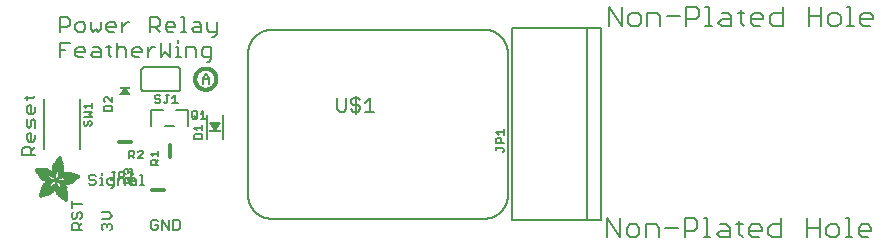
<source format=gbr>
G04 EAGLE Gerber RS-274X export*
G75*
%MOMM*%
%FSLAX34Y34*%
%LPD*%
%INSilkscreen Top*%
%IPPOS*%
%AMOC8*
5,1,8,0,0,1.08239X$1,22.5*%
G01*
%ADD10C,0.203200*%
%ADD11C,0.177800*%
%ADD12C,0.152400*%
%ADD13C,0.127000*%
%ADD14C,0.304800*%
%ADD15R,1.000000X0.200000*%
%ADD16R,0.889000X0.190500*%
%ADD17R,0.050800X0.006300*%
%ADD18R,0.082600X0.006400*%
%ADD19R,0.120600X0.006300*%
%ADD20R,0.139700X0.006400*%
%ADD21R,0.158800X0.006300*%
%ADD22R,0.177800X0.006400*%
%ADD23R,0.196800X0.006300*%
%ADD24R,0.215900X0.006400*%
%ADD25R,0.228600X0.006300*%
%ADD26R,0.241300X0.006400*%
%ADD27R,0.254000X0.006300*%
%ADD28R,0.266700X0.006400*%
%ADD29R,0.279400X0.006300*%
%ADD30R,0.285700X0.006400*%
%ADD31R,0.298400X0.006300*%
%ADD32R,0.311200X0.006400*%
%ADD33R,0.317500X0.006300*%
%ADD34R,0.330200X0.006400*%
%ADD35R,0.336600X0.006300*%
%ADD36R,0.349200X0.006400*%
%ADD37R,0.361900X0.006300*%
%ADD38R,0.368300X0.006400*%
%ADD39R,0.381000X0.006300*%
%ADD40R,0.387300X0.006400*%
%ADD41R,0.393700X0.006300*%
%ADD42R,0.406400X0.006400*%
%ADD43R,0.412700X0.006300*%
%ADD44R,0.419100X0.006400*%
%ADD45R,0.431800X0.006300*%
%ADD46R,0.438100X0.006400*%
%ADD47R,0.450800X0.006300*%
%ADD48R,0.457200X0.006400*%
%ADD49R,0.463500X0.006300*%
%ADD50R,0.476200X0.006400*%
%ADD51R,0.482600X0.006300*%
%ADD52R,0.488900X0.006400*%
%ADD53R,0.501600X0.006300*%
%ADD54R,0.508000X0.006400*%
%ADD55R,0.514300X0.006300*%
%ADD56R,0.527000X0.006400*%
%ADD57R,0.533400X0.006300*%
%ADD58R,0.546100X0.006400*%
%ADD59R,0.552400X0.006300*%
%ADD60R,0.558800X0.006400*%
%ADD61R,0.571500X0.006300*%
%ADD62R,0.577800X0.006400*%
%ADD63R,0.584200X0.006300*%
%ADD64R,0.596900X0.006400*%
%ADD65R,0.603200X0.006300*%
%ADD66R,0.609600X0.006400*%
%ADD67R,0.622300X0.006300*%
%ADD68R,0.628600X0.006400*%
%ADD69R,0.641300X0.006300*%
%ADD70R,0.647700X0.006400*%
%ADD71R,0.063500X0.006300*%
%ADD72R,0.654000X0.006300*%
%ADD73R,0.101600X0.006400*%
%ADD74R,0.666700X0.006400*%
%ADD75R,0.139700X0.006300*%
%ADD76R,0.673100X0.006300*%
%ADD77R,0.165100X0.006400*%
%ADD78R,0.679400X0.006400*%
%ADD79R,0.196900X0.006300*%
%ADD80R,0.692100X0.006300*%
%ADD81R,0.222200X0.006400*%
%ADD82R,0.698500X0.006400*%
%ADD83R,0.247700X0.006300*%
%ADD84R,0.704800X0.006300*%
%ADD85R,0.279400X0.006400*%
%ADD86R,0.717500X0.006400*%
%ADD87R,0.298500X0.006300*%
%ADD88R,0.723900X0.006300*%
%ADD89R,0.736600X0.006400*%
%ADD90R,0.342900X0.006300*%
%ADD91R,0.742900X0.006300*%
%ADD92R,0.374700X0.006400*%
%ADD93R,0.749300X0.006400*%
%ADD94R,0.762000X0.006300*%
%ADD95R,0.412700X0.006400*%
%ADD96R,0.768300X0.006400*%
%ADD97R,0.438100X0.006300*%
%ADD98R,0.774700X0.006300*%
%ADD99R,0.463600X0.006400*%
%ADD100R,0.787400X0.006400*%
%ADD101R,0.793700X0.006300*%
%ADD102R,0.495300X0.006400*%
%ADD103R,0.800100X0.006400*%
%ADD104R,0.520700X0.006300*%
%ADD105R,0.812800X0.006300*%
%ADD106R,0.533400X0.006400*%
%ADD107R,0.819100X0.006400*%
%ADD108R,0.558800X0.006300*%
%ADD109R,0.825500X0.006300*%
%ADD110R,0.577900X0.006400*%
%ADD111R,0.831800X0.006400*%
%ADD112R,0.596900X0.006300*%
%ADD113R,0.844500X0.006300*%
%ADD114R,0.616000X0.006400*%
%ADD115R,0.850900X0.006400*%
%ADD116R,0.635000X0.006300*%
%ADD117R,0.857200X0.006300*%
%ADD118R,0.654100X0.006400*%
%ADD119R,0.863600X0.006400*%
%ADD120R,0.666700X0.006300*%
%ADD121R,0.869900X0.006300*%
%ADD122R,0.685800X0.006400*%
%ADD123R,0.876300X0.006400*%
%ADD124R,0.882600X0.006300*%
%ADD125R,0.723900X0.006400*%
%ADD126R,0.889000X0.006400*%
%ADD127R,0.895300X0.006300*%
%ADD128R,0.755700X0.006400*%
%ADD129R,0.901700X0.006400*%
%ADD130R,0.908000X0.006300*%
%ADD131R,0.793800X0.006400*%
%ADD132R,0.914400X0.006400*%
%ADD133R,0.806400X0.006300*%
%ADD134R,0.920700X0.006300*%
%ADD135R,0.825500X0.006400*%
%ADD136R,0.927100X0.006400*%
%ADD137R,0.933400X0.006300*%
%ADD138R,0.857300X0.006400*%
%ADD139R,0.939800X0.006400*%
%ADD140R,0.870000X0.006300*%
%ADD141R,0.939800X0.006300*%
%ADD142R,0.946100X0.006400*%
%ADD143R,0.952500X0.006300*%
%ADD144R,0.908000X0.006400*%
%ADD145R,0.958800X0.006400*%
%ADD146R,0.965200X0.006300*%
%ADD147R,0.965200X0.006400*%
%ADD148R,0.971500X0.006300*%
%ADD149R,0.952500X0.006400*%
%ADD150R,0.977900X0.006400*%
%ADD151R,0.958800X0.006300*%
%ADD152R,0.984200X0.006300*%
%ADD153R,0.971500X0.006400*%
%ADD154R,0.984200X0.006400*%
%ADD155R,0.990600X0.006300*%
%ADD156R,0.984300X0.006400*%
%ADD157R,0.996900X0.006400*%
%ADD158R,0.997000X0.006300*%
%ADD159R,0.996900X0.006300*%
%ADD160R,1.003300X0.006400*%
%ADD161R,1.016000X0.006300*%
%ADD162R,1.009600X0.006300*%
%ADD163R,1.016000X0.006400*%
%ADD164R,1.009600X0.006400*%
%ADD165R,1.022300X0.006300*%
%ADD166R,1.028700X0.006400*%
%ADD167R,1.035100X0.006300*%
%ADD168R,1.047800X0.006400*%
%ADD169R,1.054100X0.006300*%
%ADD170R,1.028700X0.006300*%
%ADD171R,1.054100X0.006400*%
%ADD172R,1.035000X0.006400*%
%ADD173R,1.060400X0.006300*%
%ADD174R,1.035000X0.006300*%
%ADD175R,1.060500X0.006400*%
%ADD176R,1.041400X0.006400*%
%ADD177R,1.066800X0.006300*%
%ADD178R,1.041400X0.006300*%
%ADD179R,1.079500X0.006400*%
%ADD180R,1.047700X0.006400*%
%ADD181R,1.085900X0.006300*%
%ADD182R,1.047700X0.006300*%
%ADD183R,1.085800X0.006400*%
%ADD184R,1.092200X0.006300*%
%ADD185R,1.085900X0.006400*%
%ADD186R,1.098600X0.006300*%
%ADD187R,1.098600X0.006400*%
%ADD188R,1.060400X0.006400*%
%ADD189R,1.104900X0.006300*%
%ADD190R,1.104900X0.006400*%
%ADD191R,1.066800X0.006400*%
%ADD192R,1.111200X0.006300*%
%ADD193R,1.117600X0.006400*%
%ADD194R,1.117600X0.006300*%
%ADD195R,1.073100X0.006300*%
%ADD196R,1.073100X0.006400*%
%ADD197R,1.124000X0.006300*%
%ADD198R,1.079500X0.006300*%
%ADD199R,1.123900X0.006400*%
%ADD200R,1.130300X0.006300*%
%ADD201R,1.130300X0.006400*%
%ADD202R,1.136700X0.006400*%
%ADD203R,1.136700X0.006300*%
%ADD204R,1.085800X0.006300*%
%ADD205R,1.136600X0.006400*%
%ADD206R,1.136600X0.006300*%
%ADD207R,1.143000X0.006400*%
%ADD208R,1.143000X0.006300*%
%ADD209R,1.149400X0.006300*%
%ADD210R,1.149300X0.006300*%
%ADD211R,1.149300X0.006400*%
%ADD212R,1.149400X0.006400*%
%ADD213R,1.155700X0.006400*%
%ADD214R,1.155700X0.006300*%
%ADD215R,1.060500X0.006300*%
%ADD216R,2.197100X0.006400*%
%ADD217R,2.197100X0.006300*%
%ADD218R,2.184400X0.006300*%
%ADD219R,2.184400X0.006400*%
%ADD220R,2.171700X0.006400*%
%ADD221R,2.171700X0.006300*%
%ADD222R,1.530300X0.006400*%
%ADD223R,1.505000X0.006300*%
%ADD224R,1.492300X0.006400*%
%ADD225R,1.485900X0.006300*%
%ADD226R,0.565200X0.006300*%
%ADD227R,1.473200X0.006400*%
%ADD228R,0.565200X0.006400*%
%ADD229R,1.460500X0.006300*%
%ADD230R,1.454100X0.006400*%
%ADD231R,0.552400X0.006400*%
%ADD232R,1.441500X0.006300*%
%ADD233R,0.546100X0.006300*%
%ADD234R,1.435100X0.006400*%
%ADD235R,0.539800X0.006400*%
%ADD236R,1.428800X0.006300*%
%ADD237R,1.422400X0.006400*%
%ADD238R,1.409700X0.006300*%
%ADD239R,0.527100X0.006300*%
%ADD240R,1.403300X0.006400*%
%ADD241R,0.527100X0.006400*%
%ADD242R,1.390700X0.006300*%
%ADD243R,1.384300X0.006400*%
%ADD244R,0.520700X0.006400*%
%ADD245R,1.384300X0.006300*%
%ADD246R,0.514400X0.006300*%
%ADD247R,1.371600X0.006400*%
%ADD248R,1.365200X0.006300*%
%ADD249R,0.508000X0.006300*%
%ADD250R,1.352600X0.006400*%
%ADD251R,0.501700X0.006400*%
%ADD252R,0.711200X0.006300*%
%ADD253R,0.603300X0.006300*%
%ADD254R,0.501700X0.006300*%
%ADD255R,0.692100X0.006400*%
%ADD256R,0.571500X0.006400*%
%ADD257R,0.679400X0.006300*%
%ADD258R,0.495300X0.006300*%
%ADD259R,0.673100X0.006400*%
%ADD260R,0.666800X0.006300*%
%ADD261R,0.488900X0.006300*%
%ADD262R,0.660400X0.006400*%
%ADD263R,0.482600X0.006400*%
%ADD264R,0.476200X0.006300*%
%ADD265R,0.654000X0.006400*%
%ADD266R,0.469900X0.006400*%
%ADD267R,0.476300X0.006400*%
%ADD268R,0.647700X0.006300*%
%ADD269R,0.457200X0.006300*%
%ADD270R,0.469900X0.006300*%
%ADD271R,0.641300X0.006400*%
%ADD272R,0.444500X0.006400*%
%ADD273R,0.463600X0.006300*%
%ADD274R,0.635000X0.006400*%
%ADD275R,0.463500X0.006400*%
%ADD276R,0.393700X0.006400*%
%ADD277R,0.450800X0.006400*%
%ADD278R,0.628600X0.006300*%
%ADD279R,0.387400X0.006300*%
%ADD280R,0.450900X0.006300*%
%ADD281R,0.628700X0.006400*%
%ADD282R,0.374600X0.006400*%
%ADD283R,0.368300X0.006300*%
%ADD284R,0.438200X0.006300*%
%ADD285R,0.622300X0.006400*%
%ADD286R,0.355600X0.006400*%
%ADD287R,0.431800X0.006400*%
%ADD288R,0.349300X0.006300*%
%ADD289R,0.425400X0.006300*%
%ADD290R,0.615900X0.006300*%
%ADD291R,0.330200X0.006300*%
%ADD292R,0.419100X0.006300*%
%ADD293R,0.616000X0.006300*%
%ADD294R,0.311200X0.006300*%
%ADD295R,0.406400X0.006300*%
%ADD296R,0.615900X0.006400*%
%ADD297R,0.304800X0.006400*%
%ADD298R,0.158800X0.006400*%
%ADD299R,0.609600X0.006300*%
%ADD300R,0.292100X0.006300*%
%ADD301R,0.235000X0.006300*%
%ADD302R,0.387400X0.006400*%
%ADD303R,0.292100X0.006400*%
%ADD304R,0.336500X0.006300*%
%ADD305R,0.260400X0.006300*%
%ADD306R,0.603300X0.006400*%
%ADD307R,0.260400X0.006400*%
%ADD308R,0.362000X0.006400*%
%ADD309R,0.450900X0.006400*%
%ADD310R,0.355600X0.006300*%
%ADD311R,0.342900X0.006400*%
%ADD312R,0.514300X0.006400*%
%ADD313R,0.234900X0.006300*%
%ADD314R,0.539700X0.006300*%
%ADD315R,0.603200X0.006400*%
%ADD316R,0.234900X0.006400*%
%ADD317R,0.920700X0.006400*%
%ADD318R,0.958900X0.006400*%
%ADD319R,0.215900X0.006300*%
%ADD320R,0.209600X0.006400*%
%ADD321R,0.203200X0.006300*%
%ADD322R,1.003300X0.006300*%
%ADD323R,0.203200X0.006400*%
%ADD324R,0.196900X0.006400*%
%ADD325R,0.190500X0.006300*%
%ADD326R,0.190500X0.006400*%
%ADD327R,0.184200X0.006300*%
%ADD328R,0.590500X0.006400*%
%ADD329R,0.184200X0.006400*%
%ADD330R,0.590500X0.006300*%
%ADD331R,0.177800X0.006300*%
%ADD332R,0.584200X0.006400*%
%ADD333R,1.168400X0.006400*%
%ADD334R,0.171500X0.006300*%
%ADD335R,1.187500X0.006300*%
%ADD336R,1.200100X0.006400*%
%ADD337R,0.577800X0.006300*%
%ADD338R,1.212900X0.006300*%
%ADD339R,1.231900X0.006400*%
%ADD340R,1.250900X0.006300*%
%ADD341R,0.565100X0.006400*%
%ADD342R,0.184100X0.006400*%
%ADD343R,1.263700X0.006400*%
%ADD344R,0.565100X0.006300*%
%ADD345R,1.289100X0.006300*%
%ADD346R,1.314400X0.006400*%
%ADD347R,0.552500X0.006300*%
%ADD348R,1.568500X0.006300*%
%ADD349R,0.552500X0.006400*%
%ADD350R,1.581200X0.006400*%
%ADD351R,1.593800X0.006300*%
%ADD352R,1.606500X0.006400*%
%ADD353R,1.619300X0.006300*%
%ADD354R,0.514400X0.006400*%
%ADD355R,1.638300X0.006400*%
%ADD356R,1.657300X0.006300*%
%ADD357R,2.209800X0.006400*%
%ADD358R,2.425700X0.006300*%
%ADD359R,2.470100X0.006400*%
%ADD360R,2.501900X0.006300*%
%ADD361R,2.533700X0.006400*%
%ADD362R,2.559000X0.006300*%
%ADD363R,2.584500X0.006400*%
%ADD364R,2.609900X0.006300*%
%ADD365R,2.628900X0.006400*%
%ADD366R,2.660600X0.006300*%
%ADD367R,2.673400X0.006400*%
%ADD368R,1.422400X0.006300*%
%ADD369R,1.200200X0.006300*%
%ADD370R,1.365300X0.006300*%
%ADD371R,1.365300X0.006400*%
%ADD372R,1.352500X0.006300*%
%ADD373R,1.098500X0.006300*%
%ADD374R,1.358900X0.006400*%
%ADD375R,1.352600X0.006300*%
%ADD376R,1.358900X0.006300*%
%ADD377R,1.371600X0.006300*%
%ADD378R,1.377900X0.006400*%
%ADD379R,1.397000X0.006400*%
%ADD380R,1.403300X0.006300*%
%ADD381R,0.914400X0.006300*%
%ADD382R,0.876300X0.006300*%
%ADD383R,0.374600X0.006300*%
%ADD384R,1.073200X0.006400*%
%ADD385R,0.374700X0.006300*%
%ADD386R,0.844600X0.006400*%
%ADD387R,0.844600X0.006300*%
%ADD388R,0.831900X0.006400*%
%ADD389R,1.092200X0.006400*%
%ADD390R,0.400000X0.006300*%
%ADD391R,0.819200X0.006400*%
%ADD392R,1.111300X0.006400*%
%ADD393R,0.812800X0.006400*%
%ADD394R,0.800100X0.006300*%
%ADD395R,0.476300X0.006300*%
%ADD396R,1.181100X0.006300*%
%ADD397R,0.501600X0.006400*%
%ADD398R,1.193800X0.006400*%
%ADD399R,0.781000X0.006400*%
%ADD400R,1.238200X0.006400*%
%ADD401R,0.781100X0.006300*%
%ADD402R,1.257300X0.006300*%
%ADD403R,1.295400X0.006400*%
%ADD404R,1.333500X0.006300*%
%ADD405R,0.774700X0.006400*%
%ADD406R,1.866900X0.006400*%
%ADD407R,0.209600X0.006300*%
%ADD408R,1.866900X0.006300*%
%ADD409R,0.768400X0.006400*%
%ADD410R,0.209500X0.006400*%
%ADD411R,1.860600X0.006400*%
%ADD412R,0.762000X0.006400*%
%ADD413R,0.768400X0.006300*%
%ADD414R,1.860600X0.006300*%
%ADD415R,1.860500X0.006400*%
%ADD416R,0.222300X0.006300*%
%ADD417R,1.854200X0.006300*%
%ADD418R,0.235000X0.006400*%
%ADD419R,1.854200X0.006400*%
%ADD420R,0.768300X0.006300*%
%ADD421R,0.260300X0.006400*%
%ADD422R,1.847800X0.006400*%
%ADD423R,0.266700X0.006300*%
%ADD424R,1.847800X0.006300*%
%ADD425R,0.273100X0.006400*%
%ADD426R,1.841500X0.006400*%
%ADD427R,0.285800X0.006300*%
%ADD428R,1.841500X0.006300*%
%ADD429R,0.298500X0.006400*%
%ADD430R,1.835100X0.006400*%
%ADD431R,0.781000X0.006300*%
%ADD432R,0.304800X0.006300*%
%ADD433R,1.835100X0.006300*%
%ADD434R,0.317500X0.006400*%
%ADD435R,1.828800X0.006400*%
%ADD436R,0.787400X0.006300*%
%ADD437R,0.323800X0.006300*%
%ADD438R,1.828800X0.006300*%
%ADD439R,0.793700X0.006400*%
%ADD440R,1.822400X0.006400*%
%ADD441R,0.806500X0.006300*%
%ADD442R,1.822400X0.006300*%
%ADD443R,1.816100X0.006400*%
%ADD444R,0.819100X0.006300*%
%ADD445R,0.387300X0.006300*%
%ADD446R,1.816100X0.006300*%
%ADD447R,1.809800X0.006400*%
%ADD448R,1.803400X0.006300*%
%ADD449R,1.797000X0.006400*%
%ADD450R,0.901700X0.006300*%
%ADD451R,1.797000X0.006300*%
%ADD452R,1.441400X0.006400*%
%ADD453R,1.790700X0.006400*%
%ADD454R,1.447800X0.006300*%
%ADD455R,1.784300X0.006300*%
%ADD456R,1.447800X0.006400*%
%ADD457R,1.784300X0.006400*%
%ADD458R,1.454100X0.006300*%
%ADD459R,1.771700X0.006300*%
%ADD460R,1.460500X0.006400*%
%ADD461R,1.759000X0.006400*%
%ADD462R,1.466800X0.006300*%
%ADD463R,1.752600X0.006300*%
%ADD464R,1.466800X0.006400*%
%ADD465R,1.739900X0.006400*%
%ADD466R,1.473200X0.006300*%
%ADD467R,1.727200X0.006300*%
%ADD468R,1.479500X0.006400*%
%ADD469R,1.714500X0.006400*%
%ADD470R,1.695400X0.006300*%
%ADD471R,1.485900X0.006400*%
%ADD472R,1.682700X0.006400*%
%ADD473R,1.492200X0.006300*%
%ADD474R,1.663700X0.006300*%
%ADD475R,1.498600X0.006400*%
%ADD476R,1.644600X0.006400*%
%ADD477R,1.498600X0.006300*%
%ADD478R,1.619200X0.006300*%
%ADD479R,1.511300X0.006400*%
%ADD480R,1.600200X0.006400*%
%ADD481R,1.517700X0.006300*%
%ADD482R,1.574800X0.006300*%
%ADD483R,1.524000X0.006400*%
%ADD484R,1.555800X0.006400*%
%ADD485R,1.524000X0.006300*%
%ADD486R,1.536700X0.006300*%
%ADD487R,1.530400X0.006400*%
%ADD488R,1.517700X0.006400*%
%ADD489R,1.492300X0.006300*%
%ADD490R,1.549400X0.006400*%
%ADD491R,1.479600X0.006400*%
%ADD492R,1.549400X0.006300*%
%ADD493R,1.555700X0.006400*%
%ADD494R,1.562100X0.006300*%
%ADD495R,0.323900X0.006300*%
%ADD496R,1.568400X0.006400*%
%ADD497R,0.336600X0.006400*%
%ADD498R,1.587500X0.006300*%
%ADD499R,0.971600X0.006300*%
%ADD500R,0.349300X0.006400*%
%ADD501R,1.600200X0.006300*%
%ADD502R,0.920800X0.006300*%
%ADD503R,0.882700X0.006400*%
%ADD504R,1.612900X0.006300*%
%ADD505R,0.362000X0.006300*%
%ADD506R,1.625600X0.006400*%
%ADD507R,1.625600X0.006300*%
%ADD508R,1.644600X0.006300*%
%ADD509R,0.736600X0.006300*%
%ADD510R,0.717600X0.006400*%
%ADD511R,1.657400X0.006300*%
%ADD512R,0.679500X0.006300*%
%ADD513R,1.663700X0.006400*%
%ADD514R,0.400000X0.006400*%
%ADD515R,1.676400X0.006300*%
%ADD516R,1.676400X0.006400*%
%ADD517R,0.425500X0.006400*%
%ADD518R,1.352500X0.006400*%
%ADD519R,0.444500X0.006300*%
%ADD520R,0.361900X0.006400*%
%ADD521R,0.088900X0.006300*%
%ADD522R,1.009700X0.006300*%
%ADD523R,1.009700X0.006400*%
%ADD524R,1.022300X0.006400*%
%ADD525R,1.346200X0.006400*%
%ADD526R,1.346200X0.006300*%
%ADD527R,1.339900X0.006400*%
%ADD528R,1.035100X0.006400*%
%ADD529R,1.339800X0.006300*%
%ADD530R,1.333500X0.006400*%
%ADD531R,1.327200X0.006400*%
%ADD532R,1.320800X0.006300*%
%ADD533R,1.314500X0.006400*%
%ADD534R,1.314400X0.006300*%
%ADD535R,1.301700X0.006400*%
%ADD536R,1.295400X0.006300*%
%ADD537R,1.289000X0.006400*%
%ADD538R,1.276300X0.006300*%
%ADD539R,1.251000X0.006300*%
%ADD540R,1.244600X0.006400*%
%ADD541R,1.231900X0.006300*%
%ADD542R,1.212800X0.006400*%
%ADD543R,1.200100X0.006300*%
%ADD544R,1.187400X0.006400*%
%ADD545R,1.168400X0.006300*%
%ADD546R,1.047800X0.006300*%
%ADD547R,0.977900X0.006300*%
%ADD548R,0.946200X0.006400*%
%ADD549R,0.933400X0.006400*%
%ADD550R,0.895300X0.006400*%
%ADD551R,0.882700X0.006300*%
%ADD552R,0.863600X0.006300*%
%ADD553R,0.857200X0.006400*%
%ADD554R,0.850900X0.006300*%
%ADD555R,0.838200X0.006300*%
%ADD556R,0.806500X0.006400*%
%ADD557R,0.717600X0.006300*%
%ADD558R,0.711200X0.006400*%
%ADD559R,0.641400X0.006400*%
%ADD560R,0.641400X0.006300*%
%ADD561R,0.628700X0.006300*%
%ADD562R,0.590600X0.006300*%
%ADD563R,0.539700X0.006400*%
%ADD564R,0.285700X0.006300*%
%ADD565R,0.222200X0.006300*%
%ADD566R,0.171400X0.006300*%
%ADD567R,0.152400X0.006400*%
%ADD568R,0.133400X0.006300*%

G36*
X107968Y138942D02*
X107968Y138942D01*
X107985Y138940D01*
X108089Y138961D01*
X108193Y138979D01*
X108208Y138987D01*
X108226Y138991D01*
X108317Y139044D01*
X108410Y139094D01*
X108422Y139106D01*
X108438Y139116D01*
X108507Y139195D01*
X108580Y139272D01*
X108587Y139288D01*
X108599Y139302D01*
X108639Y139399D01*
X108683Y139495D01*
X108685Y139513D01*
X108692Y139529D01*
X108699Y139635D01*
X108710Y139739D01*
X108706Y139757D01*
X108708Y139775D01*
X108680Y139877D01*
X108658Y139980D01*
X108649Y139995D01*
X108644Y140012D01*
X108559Y140157D01*
X104749Y145237D01*
X104746Y145240D01*
X104744Y145244D01*
X104657Y145325D01*
X104572Y145407D01*
X104568Y145409D01*
X104565Y145412D01*
X104456Y145462D01*
X104349Y145512D01*
X104345Y145512D01*
X104341Y145514D01*
X104223Y145527D01*
X104105Y145540D01*
X104101Y145540D01*
X104096Y145540D01*
X103980Y145514D01*
X103864Y145490D01*
X103860Y145487D01*
X103856Y145486D01*
X103754Y145425D01*
X103652Y145365D01*
X103649Y145361D01*
X103646Y145359D01*
X103531Y145237D01*
X99721Y140157D01*
X99713Y140141D01*
X99701Y140128D01*
X99656Y140032D01*
X99607Y139939D01*
X99604Y139921D01*
X99597Y139905D01*
X99585Y139800D01*
X99569Y139696D01*
X99572Y139678D01*
X99570Y139661D01*
X99592Y139558D01*
X99610Y139453D01*
X99618Y139438D01*
X99622Y139420D01*
X99676Y139330D01*
X99726Y139237D01*
X99739Y139224D01*
X99748Y139209D01*
X99828Y139140D01*
X99905Y139068D01*
X99922Y139061D01*
X99935Y139049D01*
X100033Y139010D01*
X100129Y138966D01*
X100147Y138964D01*
X100163Y138957D01*
X100330Y138939D01*
X107950Y138939D01*
X107968Y138942D01*
G37*
G36*
X180456Y109755D02*
X180456Y109755D01*
X180483Y109755D01*
X180594Y109787D01*
X180707Y109813D01*
X180730Y109826D01*
X180756Y109834D01*
X180854Y109896D01*
X180955Y109952D01*
X180971Y109970D01*
X180996Y109985D01*
X181181Y110193D01*
X181185Y110197D01*
X183185Y113197D01*
X183216Y113261D01*
X183256Y113321D01*
X183277Y113389D01*
X183308Y113453D01*
X183320Y113524D01*
X183341Y113592D01*
X183343Y113663D01*
X183355Y113734D01*
X183347Y113805D01*
X183349Y113876D01*
X183331Y113945D01*
X183322Y114016D01*
X183295Y114082D01*
X183277Y114151D01*
X183240Y114212D01*
X183213Y114278D01*
X183168Y114334D01*
X183132Y114396D01*
X183080Y114445D01*
X183035Y114500D01*
X182977Y114541D01*
X182924Y114590D01*
X182861Y114623D01*
X182803Y114664D01*
X182735Y114687D01*
X182671Y114720D01*
X182612Y114730D01*
X182534Y114757D01*
X182415Y114763D01*
X182340Y114775D01*
X178340Y114775D01*
X178269Y114765D01*
X178197Y114765D01*
X178129Y114745D01*
X178059Y114735D01*
X177993Y114706D01*
X177924Y114686D01*
X177864Y114648D01*
X177799Y114619D01*
X177744Y114573D01*
X177684Y114535D01*
X177636Y114482D01*
X177582Y114436D01*
X177542Y114376D01*
X177495Y114322D01*
X177464Y114258D01*
X177425Y114199D01*
X177403Y114131D01*
X177372Y114066D01*
X177360Y113996D01*
X177339Y113928D01*
X177337Y113856D01*
X177325Y113786D01*
X177333Y113715D01*
X177331Y113644D01*
X177350Y113574D01*
X177358Y113503D01*
X177383Y113448D01*
X177403Y113369D01*
X177464Y113266D01*
X177495Y113197D01*
X179495Y110197D01*
X179572Y110110D01*
X179645Y110020D01*
X179667Y110005D01*
X179685Y109985D01*
X179782Y109923D01*
X179877Y109856D01*
X179903Y109848D01*
X179925Y109833D01*
X180036Y109801D01*
X180146Y109763D01*
X180173Y109762D01*
X180198Y109755D01*
X180314Y109755D01*
X180430Y109749D01*
X180456Y109755D01*
G37*
D10*
X49276Y192532D02*
X49276Y204734D01*
X55377Y204734D01*
X57411Y202701D01*
X57411Y198633D01*
X55377Y196599D01*
X49276Y196599D01*
X64407Y192532D02*
X68474Y192532D01*
X70508Y194566D01*
X70508Y198633D01*
X68474Y200667D01*
X64407Y200667D01*
X62373Y198633D01*
X62373Y194566D01*
X64407Y192532D01*
X75471Y194566D02*
X75471Y200667D01*
X75471Y194566D02*
X77504Y192532D01*
X79538Y194566D01*
X81572Y192532D01*
X83605Y194566D01*
X83605Y200667D01*
X90601Y192532D02*
X94669Y192532D01*
X90601Y192532D02*
X88568Y194566D01*
X88568Y198633D01*
X90601Y200667D01*
X94669Y200667D01*
X96703Y198633D01*
X96703Y196599D01*
X88568Y196599D01*
X101665Y192532D02*
X101665Y200667D01*
X105732Y200667D02*
X101665Y196599D01*
X105732Y200667D02*
X107766Y200667D01*
X125677Y204734D02*
X125677Y192532D01*
X125677Y204734D02*
X131778Y204734D01*
X133812Y202701D01*
X133812Y198633D01*
X131778Y196599D01*
X125677Y196599D01*
X129744Y196599D02*
X133812Y192532D01*
X140808Y192532D02*
X144875Y192532D01*
X140808Y192532D02*
X138774Y194566D01*
X138774Y198633D01*
X140808Y200667D01*
X144875Y200667D01*
X146909Y198633D01*
X146909Y196599D01*
X138774Y196599D01*
X151871Y204734D02*
X153905Y204734D01*
X153905Y192532D01*
X151871Y192532D02*
X155939Y192532D01*
X162636Y200667D02*
X166704Y200667D01*
X168738Y198633D01*
X168738Y192532D01*
X162636Y192532D01*
X160603Y194566D01*
X162636Y196599D01*
X168738Y196599D01*
X173700Y194566D02*
X173700Y200667D01*
X173700Y194566D02*
X175734Y192532D01*
X181835Y192532D01*
X181835Y190498D02*
X181835Y200667D01*
X181835Y190498D02*
X179801Y188465D01*
X177767Y188465D01*
X49276Y183398D02*
X49276Y171196D01*
X49276Y183398D02*
X57411Y183398D01*
X53343Y177297D02*
X49276Y177297D01*
X64407Y171196D02*
X68474Y171196D01*
X64407Y171196D02*
X62373Y173230D01*
X62373Y177297D01*
X64407Y179331D01*
X68474Y179331D01*
X70508Y177297D01*
X70508Y175263D01*
X62373Y175263D01*
X77504Y179331D02*
X81572Y179331D01*
X83605Y177297D01*
X83605Y171196D01*
X77504Y171196D01*
X75471Y173230D01*
X77504Y175263D01*
X83605Y175263D01*
X90601Y173230D02*
X90601Y181365D01*
X90601Y173230D02*
X92635Y171196D01*
X92635Y179331D02*
X88568Y179331D01*
X97299Y183398D02*
X97299Y171196D01*
X97299Y177297D02*
X99333Y179331D01*
X103400Y179331D01*
X105434Y177297D01*
X105434Y171196D01*
X112430Y171196D02*
X116498Y171196D01*
X112430Y171196D02*
X110397Y173230D01*
X110397Y177297D01*
X112430Y179331D01*
X116498Y179331D01*
X118531Y177297D01*
X118531Y175263D01*
X110397Y175263D01*
X123494Y171196D02*
X123494Y179331D01*
X127561Y179331D02*
X123494Y175263D01*
X127561Y179331D02*
X129595Y179331D01*
X134408Y183398D02*
X134408Y171196D01*
X138476Y175263D01*
X142543Y171196D01*
X142543Y183398D01*
X147505Y179331D02*
X149539Y179331D01*
X149539Y171196D01*
X147505Y171196D02*
X151573Y171196D01*
X149539Y183398D02*
X149539Y185432D01*
X156237Y179331D02*
X156237Y171196D01*
X156237Y179331D02*
X162338Y179331D01*
X164372Y177297D01*
X164372Y171196D01*
X173402Y167129D02*
X175435Y167129D01*
X177469Y169162D01*
X177469Y179331D01*
X171368Y179331D01*
X169334Y177297D01*
X169334Y173230D01*
X171368Y171196D01*
X177469Y171196D01*
D11*
X28321Y87903D02*
X17390Y87903D01*
X17390Y93369D01*
X19212Y95191D01*
X22855Y95191D01*
X24677Y93369D01*
X24677Y87903D01*
X24677Y91547D02*
X28321Y95191D01*
X28321Y101419D02*
X28321Y105063D01*
X28321Y101419D02*
X26499Y99597D01*
X22855Y99597D01*
X21033Y101419D01*
X21033Y105063D01*
X22855Y106885D01*
X24677Y106885D01*
X24677Y99597D01*
X28321Y111291D02*
X28321Y116757D01*
X26499Y118579D01*
X24677Y116757D01*
X24677Y113113D01*
X22855Y111291D01*
X21033Y113113D01*
X21033Y118579D01*
X28321Y124807D02*
X28321Y128451D01*
X28321Y124807D02*
X26499Y122985D01*
X22855Y122985D01*
X21033Y124807D01*
X21033Y128451D01*
X22855Y130272D01*
X24677Y130272D01*
X24677Y122985D01*
X26499Y136501D02*
X19212Y136501D01*
X26499Y136501D02*
X28321Y138323D01*
X21033Y138323D02*
X21033Y134679D01*
D12*
X513842Y197612D02*
X513842Y213882D01*
X524689Y197612D01*
X524689Y213882D01*
X532925Y197612D02*
X538349Y197612D01*
X541060Y200324D01*
X541060Y205747D01*
X538349Y208459D01*
X532925Y208459D01*
X530214Y205747D01*
X530214Y200324D01*
X532925Y197612D01*
X546585Y197612D02*
X546585Y208459D01*
X554720Y208459D01*
X557432Y205747D01*
X557432Y197612D01*
X562957Y205747D02*
X573803Y205747D01*
X579328Y197612D02*
X579328Y213882D01*
X587463Y213882D01*
X590175Y211170D01*
X590175Y205747D01*
X587463Y203035D01*
X579328Y203035D01*
X595700Y213882D02*
X598411Y213882D01*
X598411Y197612D01*
X595700Y197612D02*
X601123Y197612D01*
X609326Y208459D02*
X614749Y208459D01*
X617461Y205747D01*
X617461Y197612D01*
X609326Y197612D01*
X606614Y200324D01*
X609326Y203035D01*
X617461Y203035D01*
X625697Y200324D02*
X625697Y211170D01*
X625697Y200324D02*
X628409Y197612D01*
X628409Y208459D02*
X622986Y208459D01*
X636612Y197612D02*
X642035Y197612D01*
X636612Y197612D02*
X633900Y200324D01*
X633900Y205747D01*
X636612Y208459D01*
X642035Y208459D01*
X644747Y205747D01*
X644747Y203035D01*
X633900Y203035D01*
X661118Y197612D02*
X661118Y213882D01*
X661118Y197612D02*
X652983Y197612D01*
X650272Y200324D01*
X650272Y205747D01*
X652983Y208459D01*
X661118Y208459D01*
X683015Y213882D02*
X683015Y197612D01*
X683015Y205747D02*
X693861Y205747D01*
X693861Y213882D02*
X693861Y197612D01*
X702098Y197612D02*
X707521Y197612D01*
X710233Y200324D01*
X710233Y205747D01*
X707521Y208459D01*
X702098Y208459D01*
X699386Y205747D01*
X699386Y200324D01*
X702098Y197612D01*
X715758Y213882D02*
X718470Y213882D01*
X718470Y197612D01*
X721181Y197612D02*
X715758Y197612D01*
X729384Y197612D02*
X734807Y197612D01*
X729384Y197612D02*
X726672Y200324D01*
X726672Y205747D01*
X729384Y208459D01*
X734807Y208459D01*
X737519Y205747D01*
X737519Y203035D01*
X726672Y203035D01*
X512572Y34812D02*
X512572Y18542D01*
X523419Y18542D02*
X512572Y34812D01*
X523419Y34812D02*
X523419Y18542D01*
X531655Y18542D02*
X537079Y18542D01*
X539790Y21254D01*
X539790Y26677D01*
X537079Y29389D01*
X531655Y29389D01*
X528944Y26677D01*
X528944Y21254D01*
X531655Y18542D01*
X545315Y18542D02*
X545315Y29389D01*
X553450Y29389D01*
X556162Y26677D01*
X556162Y18542D01*
X561687Y26677D02*
X572533Y26677D01*
X578058Y18542D02*
X578058Y34812D01*
X586193Y34812D01*
X588905Y32100D01*
X588905Y26677D01*
X586193Y23965D01*
X578058Y23965D01*
X594430Y34812D02*
X597141Y34812D01*
X597141Y18542D01*
X594430Y18542D02*
X599853Y18542D01*
X608056Y29389D02*
X613479Y29389D01*
X616191Y26677D01*
X616191Y18542D01*
X608056Y18542D01*
X605344Y21254D01*
X608056Y23965D01*
X616191Y23965D01*
X624427Y21254D02*
X624427Y32100D01*
X624427Y21254D02*
X627139Y18542D01*
X627139Y29389D02*
X621716Y29389D01*
X635342Y18542D02*
X640765Y18542D01*
X635342Y18542D02*
X632630Y21254D01*
X632630Y26677D01*
X635342Y29389D01*
X640765Y29389D01*
X643477Y26677D01*
X643477Y23965D01*
X632630Y23965D01*
X659848Y18542D02*
X659848Y34812D01*
X659848Y18542D02*
X651713Y18542D01*
X649002Y21254D01*
X649002Y26677D01*
X651713Y29389D01*
X659848Y29389D01*
X681745Y34812D02*
X681745Y18542D01*
X681745Y26677D02*
X692591Y26677D01*
X692591Y34812D02*
X692591Y18542D01*
X700828Y18542D02*
X706251Y18542D01*
X708963Y21254D01*
X708963Y26677D01*
X706251Y29389D01*
X700828Y29389D01*
X698116Y26677D01*
X698116Y21254D01*
X700828Y18542D01*
X714488Y34812D02*
X717200Y34812D01*
X717200Y18542D01*
X719911Y18542D02*
X714488Y18542D01*
X728114Y18542D02*
X733537Y18542D01*
X728114Y18542D02*
X725402Y21254D01*
X725402Y26677D01*
X728114Y29389D01*
X733537Y29389D01*
X736249Y26677D01*
X736249Y23965D01*
X725402Y23965D01*
X79367Y70195D02*
X77927Y71635D01*
X75045Y71635D01*
X73605Y70195D01*
X73605Y68754D01*
X75045Y67314D01*
X77927Y67314D01*
X79367Y65873D01*
X79367Y64433D01*
X77927Y62992D01*
X75045Y62992D01*
X73605Y64433D01*
X82960Y68754D02*
X84401Y68754D01*
X84401Y62992D01*
X85841Y62992D02*
X82960Y62992D01*
X84401Y71635D02*
X84401Y73076D01*
X92078Y60111D02*
X93518Y60111D01*
X94959Y61551D01*
X94959Y68754D01*
X90637Y68754D01*
X89197Y67314D01*
X89197Y64433D01*
X90637Y62992D01*
X94959Y62992D01*
X98552Y62992D02*
X98552Y68754D01*
X102874Y68754D01*
X104314Y67314D01*
X104314Y62992D01*
X109348Y68754D02*
X112229Y68754D01*
X113669Y67314D01*
X113669Y62992D01*
X109348Y62992D01*
X107907Y64433D01*
X109348Y65873D01*
X113669Y65873D01*
X117262Y71635D02*
X118703Y71635D01*
X118703Y62992D01*
X120143Y62992D02*
X117262Y62992D01*
X67818Y24829D02*
X59175Y24829D01*
X59175Y29151D01*
X60615Y30591D01*
X63496Y30591D01*
X64937Y29151D01*
X64937Y24829D01*
X64937Y27710D02*
X67818Y30591D01*
X59175Y38506D02*
X60615Y39947D01*
X59175Y38506D02*
X59175Y35625D01*
X60615Y34184D01*
X62056Y34184D01*
X63496Y35625D01*
X63496Y38506D01*
X64937Y39947D01*
X66377Y39947D01*
X67818Y38506D01*
X67818Y35625D01*
X66377Y34184D01*
X67818Y46421D02*
X59175Y46421D01*
X59175Y43540D02*
X59175Y49302D01*
X84575Y25867D02*
X86015Y24427D01*
X84575Y25867D02*
X84575Y28749D01*
X86015Y30189D01*
X87456Y30189D01*
X88896Y28749D01*
X88896Y27308D01*
X88896Y28749D02*
X90337Y30189D01*
X91777Y30189D01*
X93218Y28749D01*
X93218Y25867D01*
X91777Y24427D01*
X90337Y33782D02*
X84575Y33782D01*
X90337Y33782D02*
X93218Y36663D01*
X90337Y39544D01*
X84575Y39544D01*
X130751Y33535D02*
X132191Y32095D01*
X130751Y33535D02*
X127870Y33535D01*
X126429Y32095D01*
X126429Y26333D01*
X127870Y24892D01*
X130751Y24892D01*
X132191Y26333D01*
X132191Y29214D01*
X129310Y29214D01*
X135784Y33535D02*
X135784Y24892D01*
X141547Y24892D02*
X135784Y33535D01*
X141547Y33535D02*
X141547Y24892D01*
X145140Y24892D02*
X145140Y33535D01*
X145140Y24892D02*
X149461Y24892D01*
X150902Y26333D01*
X150902Y32095D01*
X149461Y33535D01*
X145140Y33535D01*
D13*
X208500Y54300D02*
X208500Y174300D01*
X208500Y54300D02*
X208506Y53817D01*
X208523Y53334D01*
X208553Y52851D01*
X208593Y52370D01*
X208646Y51889D01*
X208710Y51410D01*
X208785Y50933D01*
X208873Y50457D01*
X208971Y49984D01*
X209081Y49514D01*
X209202Y49046D01*
X209335Y48581D01*
X209479Y48120D01*
X209634Y47662D01*
X209800Y47208D01*
X209977Y46758D01*
X210164Y46313D01*
X210363Y45872D01*
X210571Y45436D01*
X210791Y45006D01*
X211021Y44580D01*
X211261Y44161D01*
X211511Y43747D01*
X211771Y43340D01*
X212040Y42939D01*
X212320Y42544D01*
X212608Y42157D01*
X212907Y41776D01*
X213214Y41403D01*
X213530Y41038D01*
X213855Y40680D01*
X214188Y40330D01*
X214530Y39988D01*
X214880Y39655D01*
X215238Y39330D01*
X215603Y39014D01*
X215976Y38707D01*
X216357Y38408D01*
X216744Y38120D01*
X217139Y37840D01*
X217540Y37571D01*
X217947Y37311D01*
X218361Y37061D01*
X218780Y36821D01*
X219206Y36591D01*
X219636Y36371D01*
X220072Y36163D01*
X220513Y35964D01*
X220958Y35777D01*
X221408Y35600D01*
X221862Y35434D01*
X222320Y35279D01*
X222781Y35135D01*
X223246Y35002D01*
X223714Y34881D01*
X224184Y34771D01*
X224657Y34673D01*
X225133Y34585D01*
X225610Y34510D01*
X226089Y34446D01*
X226570Y34393D01*
X227051Y34353D01*
X227534Y34323D01*
X228017Y34306D01*
X228500Y34300D01*
X408500Y34300D01*
X408983Y34306D01*
X409466Y34323D01*
X409949Y34353D01*
X410430Y34393D01*
X410911Y34446D01*
X411390Y34510D01*
X411867Y34585D01*
X412343Y34673D01*
X412816Y34771D01*
X413286Y34881D01*
X413754Y35002D01*
X414219Y35135D01*
X414680Y35279D01*
X415138Y35434D01*
X415592Y35600D01*
X416042Y35777D01*
X416487Y35964D01*
X416928Y36163D01*
X417364Y36371D01*
X417794Y36591D01*
X418220Y36821D01*
X418639Y37061D01*
X419053Y37311D01*
X419460Y37571D01*
X419861Y37840D01*
X420256Y38120D01*
X420643Y38408D01*
X421024Y38707D01*
X421397Y39014D01*
X421762Y39330D01*
X422120Y39655D01*
X422470Y39988D01*
X422812Y40330D01*
X423145Y40680D01*
X423470Y41038D01*
X423786Y41403D01*
X424093Y41776D01*
X424392Y42157D01*
X424680Y42544D01*
X424960Y42939D01*
X425229Y43340D01*
X425489Y43747D01*
X425739Y44161D01*
X425979Y44580D01*
X426209Y45006D01*
X426429Y45436D01*
X426637Y45872D01*
X426836Y46313D01*
X427023Y46758D01*
X427200Y47208D01*
X427366Y47662D01*
X427521Y48120D01*
X427665Y48581D01*
X427798Y49046D01*
X427919Y49514D01*
X428029Y49984D01*
X428127Y50457D01*
X428215Y50933D01*
X428290Y51410D01*
X428354Y51889D01*
X428407Y52370D01*
X428447Y52851D01*
X428477Y53334D01*
X428494Y53817D01*
X428500Y54300D01*
X428500Y174300D01*
X428494Y174783D01*
X428477Y175266D01*
X428447Y175749D01*
X428407Y176230D01*
X428354Y176711D01*
X428290Y177190D01*
X428215Y177667D01*
X428127Y178143D01*
X428029Y178616D01*
X427919Y179086D01*
X427798Y179554D01*
X427665Y180019D01*
X427521Y180480D01*
X427366Y180938D01*
X427200Y181392D01*
X427023Y181842D01*
X426836Y182287D01*
X426637Y182728D01*
X426429Y183164D01*
X426209Y183594D01*
X425979Y184020D01*
X425739Y184439D01*
X425489Y184853D01*
X425229Y185260D01*
X424960Y185661D01*
X424680Y186056D01*
X424392Y186443D01*
X424093Y186824D01*
X423786Y187197D01*
X423470Y187562D01*
X423145Y187920D01*
X422812Y188270D01*
X422470Y188612D01*
X422120Y188945D01*
X421762Y189270D01*
X421397Y189586D01*
X421024Y189893D01*
X420643Y190192D01*
X420256Y190480D01*
X419861Y190760D01*
X419460Y191029D01*
X419053Y191289D01*
X418639Y191539D01*
X418220Y191779D01*
X417794Y192009D01*
X417364Y192229D01*
X416928Y192437D01*
X416487Y192636D01*
X416042Y192823D01*
X415592Y193000D01*
X415138Y193166D01*
X414680Y193321D01*
X414219Y193465D01*
X413754Y193598D01*
X413286Y193719D01*
X412816Y193829D01*
X412343Y193927D01*
X411867Y194015D01*
X411390Y194090D01*
X410911Y194154D01*
X410430Y194207D01*
X409949Y194247D01*
X409466Y194277D01*
X408983Y194294D01*
X408500Y194300D01*
X228500Y194300D01*
X228017Y194294D01*
X227534Y194277D01*
X227051Y194247D01*
X226570Y194207D01*
X226089Y194154D01*
X225610Y194090D01*
X225133Y194015D01*
X224657Y193927D01*
X224184Y193829D01*
X223714Y193719D01*
X223246Y193598D01*
X222781Y193465D01*
X222320Y193321D01*
X221862Y193166D01*
X221408Y193000D01*
X220958Y192823D01*
X220513Y192636D01*
X220072Y192437D01*
X219636Y192229D01*
X219206Y192009D01*
X218780Y191779D01*
X218361Y191539D01*
X217947Y191289D01*
X217540Y191029D01*
X217139Y190760D01*
X216744Y190480D01*
X216357Y190192D01*
X215976Y189893D01*
X215603Y189586D01*
X215238Y189270D01*
X214880Y188945D01*
X214530Y188612D01*
X214188Y188270D01*
X213855Y187920D01*
X213530Y187562D01*
X213214Y187197D01*
X212907Y186824D01*
X212608Y186443D01*
X212320Y186056D01*
X212040Y185661D01*
X211771Y185260D01*
X211511Y184853D01*
X211261Y184439D01*
X211021Y184020D01*
X210791Y183594D01*
X210571Y183164D01*
X210363Y182728D01*
X210164Y182287D01*
X209977Y181842D01*
X209800Y181392D01*
X209634Y180938D01*
X209479Y180480D01*
X209335Y180019D01*
X209202Y179554D01*
X209081Y179086D01*
X208971Y178616D01*
X208873Y178143D01*
X208785Y177667D01*
X208710Y177190D01*
X208646Y176711D01*
X208593Y176230D01*
X208553Y175749D01*
X208523Y175266D01*
X208506Y174783D01*
X208500Y174300D01*
X284135Y136375D02*
X284135Y126842D01*
X286042Y124935D01*
X289855Y124935D01*
X291762Y126842D01*
X291762Y136375D01*
X295829Y126842D02*
X297736Y124935D01*
X301549Y124935D01*
X303455Y126842D01*
X303455Y128748D01*
X301549Y130655D01*
X297736Y130655D01*
X295829Y132562D01*
X295829Y134468D01*
X297736Y136375D01*
X301549Y136375D01*
X303455Y134468D01*
X299642Y138281D02*
X299642Y123028D01*
X307523Y132562D02*
X311336Y136375D01*
X311336Y124935D01*
X307523Y124935D02*
X315149Y124935D01*
D10*
X126516Y125984D02*
X126516Y112856D01*
X126516Y125984D02*
X136604Y125984D01*
X157964Y125984D02*
X157964Y112856D01*
X157964Y125984D02*
X147876Y125984D01*
X145964Y112776D02*
X138376Y112776D01*
D12*
X160782Y119974D02*
X160782Y124380D01*
X161884Y125482D01*
X164087Y125482D01*
X165188Y124380D01*
X165188Y119974D01*
X164087Y118872D01*
X161884Y118872D01*
X160782Y119974D01*
X162985Y121075D02*
X165188Y118872D01*
X168266Y123278D02*
X170469Y125482D01*
X170469Y118872D01*
X168266Y118872D02*
X172673Y118872D01*
D14*
X137160Y58420D02*
X127000Y58420D01*
D12*
X125978Y79502D02*
X132588Y79502D01*
X125978Y79502D02*
X125978Y82807D01*
X127080Y83908D01*
X129283Y83908D01*
X130385Y82807D01*
X130385Y79502D01*
X130385Y81705D02*
X132588Y83908D01*
X128182Y86986D02*
X125978Y89189D01*
X132588Y89189D01*
X132588Y86986D02*
X132588Y91393D01*
D10*
X173340Y101760D02*
X173340Y121760D01*
X187340Y121760D02*
X187340Y101760D01*
X180340Y109260D02*
X176340Y115260D01*
X184340Y115260D01*
X180340Y109260D01*
D15*
X180340Y108260D03*
D12*
X169578Y101522D02*
X162968Y101522D01*
X169578Y101522D02*
X169578Y104827D01*
X168476Y105928D01*
X164070Y105928D01*
X162968Y104827D01*
X162968Y101522D01*
X165172Y109006D02*
X162968Y111209D01*
X169578Y111209D01*
X169578Y109006D02*
X169578Y113413D01*
X92542Y67310D02*
X91440Y68412D01*
X92542Y67310D02*
X93643Y67310D01*
X94745Y68412D01*
X94745Y73920D01*
X95846Y73920D02*
X93643Y73920D01*
X98924Y73920D02*
X98924Y67310D01*
X98924Y73920D02*
X102229Y73920D01*
X103331Y72818D01*
X103331Y70615D01*
X102229Y69513D01*
X98924Y69513D01*
X106408Y67310D02*
X110815Y67310D01*
X110815Y71716D02*
X106408Y67310D01*
X110815Y71716D02*
X110815Y72818D01*
X109713Y73920D01*
X107510Y73920D01*
X106408Y72818D01*
D14*
X142240Y86360D02*
X142240Y96520D01*
D12*
X107714Y91954D02*
X107714Y85344D01*
X107714Y91954D02*
X111019Y91954D01*
X112120Y90852D01*
X112120Y88649D01*
X111019Y87547D01*
X107714Y87547D01*
X109917Y87547D02*
X112120Y85344D01*
X115198Y85344D02*
X119604Y85344D01*
X115198Y85344D02*
X119604Y89750D01*
X119604Y90852D01*
X118503Y91954D01*
X116299Y91954D01*
X115198Y90852D01*
D16*
X104140Y144598D03*
D12*
X93218Y125222D02*
X86608Y125222D01*
X93218Y125222D02*
X93218Y128527D01*
X92116Y129628D01*
X87710Y129628D01*
X86608Y128527D01*
X86608Y125222D01*
X93218Y132706D02*
X93218Y137113D01*
X88812Y137113D02*
X93218Y132706D01*
X88812Y137113D02*
X87710Y137113D01*
X86608Y136011D01*
X86608Y133808D01*
X87710Y132706D01*
D14*
X99060Y99060D02*
X109220Y99060D01*
D12*
X110236Y64534D02*
X103626Y64534D01*
X103626Y67839D01*
X104728Y68940D01*
X106931Y68940D01*
X108033Y67839D01*
X108033Y64534D01*
X108033Y66737D02*
X110236Y68940D01*
X104728Y72018D02*
X103626Y73119D01*
X103626Y75323D01*
X104728Y76424D01*
X105830Y76424D01*
X106931Y75323D01*
X106931Y74221D01*
X106931Y75323D02*
X108033Y76424D01*
X109134Y76424D01*
X110236Y75323D01*
X110236Y73119D01*
X109134Y72018D01*
D10*
X120650Y162560D02*
X148590Y162560D01*
X120650Y142240D02*
X120550Y142242D01*
X120451Y142248D01*
X120351Y142258D01*
X120253Y142271D01*
X120154Y142289D01*
X120057Y142310D01*
X119961Y142335D01*
X119865Y142364D01*
X119771Y142397D01*
X119678Y142433D01*
X119587Y142473D01*
X119497Y142517D01*
X119409Y142564D01*
X119323Y142614D01*
X119239Y142668D01*
X119157Y142725D01*
X119078Y142785D01*
X119000Y142849D01*
X118926Y142915D01*
X118854Y142984D01*
X118785Y143056D01*
X118719Y143130D01*
X118655Y143208D01*
X118595Y143287D01*
X118538Y143369D01*
X118484Y143453D01*
X118434Y143539D01*
X118387Y143627D01*
X118343Y143717D01*
X118303Y143808D01*
X118267Y143901D01*
X118234Y143995D01*
X118205Y144091D01*
X118180Y144187D01*
X118159Y144284D01*
X118141Y144383D01*
X118128Y144481D01*
X118118Y144581D01*
X118112Y144680D01*
X118110Y144780D01*
X148590Y142240D02*
X148690Y142242D01*
X148789Y142248D01*
X148889Y142258D01*
X148987Y142271D01*
X149086Y142289D01*
X149183Y142310D01*
X149279Y142335D01*
X149375Y142364D01*
X149469Y142397D01*
X149562Y142433D01*
X149653Y142473D01*
X149743Y142517D01*
X149831Y142564D01*
X149917Y142614D01*
X150001Y142668D01*
X150083Y142725D01*
X150162Y142785D01*
X150240Y142849D01*
X150314Y142915D01*
X150386Y142984D01*
X150455Y143056D01*
X150521Y143130D01*
X150585Y143208D01*
X150645Y143287D01*
X150702Y143369D01*
X150756Y143453D01*
X150806Y143539D01*
X150853Y143627D01*
X150897Y143717D01*
X150937Y143808D01*
X150973Y143901D01*
X151006Y143995D01*
X151035Y144091D01*
X151060Y144187D01*
X151081Y144284D01*
X151099Y144383D01*
X151112Y144481D01*
X151122Y144581D01*
X151128Y144680D01*
X151130Y144780D01*
X151130Y160020D02*
X151128Y160120D01*
X151122Y160219D01*
X151112Y160319D01*
X151099Y160417D01*
X151081Y160516D01*
X151060Y160613D01*
X151035Y160709D01*
X151006Y160805D01*
X150973Y160899D01*
X150937Y160992D01*
X150897Y161083D01*
X150853Y161173D01*
X150806Y161261D01*
X150756Y161347D01*
X150702Y161431D01*
X150645Y161513D01*
X150585Y161592D01*
X150521Y161670D01*
X150455Y161744D01*
X150386Y161816D01*
X150314Y161885D01*
X150240Y161951D01*
X150162Y162015D01*
X150083Y162075D01*
X150001Y162132D01*
X149917Y162186D01*
X149831Y162236D01*
X149743Y162283D01*
X149653Y162327D01*
X149562Y162367D01*
X149469Y162403D01*
X149375Y162436D01*
X149279Y162465D01*
X149183Y162490D01*
X149086Y162511D01*
X148987Y162529D01*
X148889Y162542D01*
X148789Y162552D01*
X148690Y162558D01*
X148590Y162560D01*
X120650Y162560D02*
X120550Y162558D01*
X120451Y162552D01*
X120351Y162542D01*
X120253Y162529D01*
X120154Y162511D01*
X120057Y162490D01*
X119961Y162465D01*
X119865Y162436D01*
X119771Y162403D01*
X119678Y162367D01*
X119587Y162327D01*
X119497Y162283D01*
X119409Y162236D01*
X119323Y162186D01*
X119239Y162132D01*
X119157Y162075D01*
X119078Y162015D01*
X119000Y161951D01*
X118926Y161885D01*
X118854Y161816D01*
X118785Y161744D01*
X118719Y161670D01*
X118655Y161592D01*
X118595Y161513D01*
X118538Y161431D01*
X118484Y161347D01*
X118434Y161261D01*
X118387Y161173D01*
X118343Y161083D01*
X118303Y160992D01*
X118267Y160899D01*
X118234Y160805D01*
X118205Y160709D01*
X118180Y160613D01*
X118159Y160516D01*
X118141Y160417D01*
X118128Y160319D01*
X118118Y160219D01*
X118112Y160120D01*
X118110Y160020D01*
X118110Y144780D01*
X151130Y144780D02*
X151130Y160020D01*
X148590Y142240D02*
X120650Y142240D01*
D12*
X132744Y138944D02*
X133846Y137842D01*
X132744Y138944D02*
X130541Y138944D01*
X129440Y137842D01*
X129440Y136740D01*
X130541Y135639D01*
X132744Y135639D01*
X133846Y134537D01*
X133846Y133436D01*
X132744Y132334D01*
X130541Y132334D01*
X129440Y133436D01*
X136924Y133436D02*
X138025Y132334D01*
X139127Y132334D01*
X140229Y133436D01*
X140229Y138944D01*
X141330Y138944D02*
X139127Y138944D01*
X144408Y136740D02*
X146611Y138944D01*
X146611Y132334D01*
X144408Y132334D02*
X148814Y132334D01*
D10*
X66054Y135300D02*
X66054Y93300D01*
X35546Y93300D02*
X35546Y135300D01*
D12*
X69336Y116234D02*
X70438Y117336D01*
X69336Y116234D02*
X69336Y114031D01*
X70438Y112930D01*
X71540Y112930D01*
X72641Y114031D01*
X72641Y116234D01*
X73743Y117336D01*
X74844Y117336D01*
X75946Y116234D01*
X75946Y114031D01*
X74844Y112930D01*
X75946Y120414D02*
X69336Y120414D01*
X73743Y122617D02*
X75946Y120414D01*
X73743Y122617D02*
X75946Y124820D01*
X69336Y124820D01*
X71540Y127898D02*
X69336Y130101D01*
X75946Y130101D01*
X75946Y127898D02*
X75946Y132304D01*
D14*
X163740Y152400D02*
X163743Y152620D01*
X163751Y152841D01*
X163764Y153061D01*
X163783Y153280D01*
X163808Y153499D01*
X163837Y153718D01*
X163872Y153935D01*
X163913Y154152D01*
X163958Y154368D01*
X164009Y154582D01*
X164065Y154795D01*
X164127Y155007D01*
X164193Y155217D01*
X164265Y155425D01*
X164342Y155632D01*
X164424Y155836D01*
X164510Y156039D01*
X164602Y156239D01*
X164699Y156438D01*
X164800Y156633D01*
X164907Y156826D01*
X165018Y157017D01*
X165133Y157204D01*
X165253Y157389D01*
X165378Y157571D01*
X165507Y157749D01*
X165641Y157925D01*
X165778Y158097D01*
X165920Y158265D01*
X166066Y158431D01*
X166216Y158592D01*
X166370Y158750D01*
X166528Y158904D01*
X166689Y159054D01*
X166855Y159200D01*
X167023Y159342D01*
X167195Y159479D01*
X167371Y159613D01*
X167549Y159742D01*
X167731Y159867D01*
X167916Y159987D01*
X168103Y160102D01*
X168294Y160213D01*
X168487Y160320D01*
X168682Y160421D01*
X168881Y160518D01*
X169081Y160610D01*
X169284Y160696D01*
X169488Y160778D01*
X169695Y160855D01*
X169903Y160927D01*
X170113Y160993D01*
X170325Y161055D01*
X170538Y161111D01*
X170752Y161162D01*
X170968Y161207D01*
X171185Y161248D01*
X171402Y161283D01*
X171621Y161312D01*
X171840Y161337D01*
X172059Y161356D01*
X172279Y161369D01*
X172500Y161377D01*
X172720Y161380D01*
X172940Y161377D01*
X173161Y161369D01*
X173381Y161356D01*
X173600Y161337D01*
X173819Y161312D01*
X174038Y161283D01*
X174255Y161248D01*
X174472Y161207D01*
X174688Y161162D01*
X174902Y161111D01*
X175115Y161055D01*
X175327Y160993D01*
X175537Y160927D01*
X175745Y160855D01*
X175952Y160778D01*
X176156Y160696D01*
X176359Y160610D01*
X176559Y160518D01*
X176758Y160421D01*
X176953Y160320D01*
X177146Y160213D01*
X177337Y160102D01*
X177524Y159987D01*
X177709Y159867D01*
X177891Y159742D01*
X178069Y159613D01*
X178245Y159479D01*
X178417Y159342D01*
X178585Y159200D01*
X178751Y159054D01*
X178912Y158904D01*
X179070Y158750D01*
X179224Y158592D01*
X179374Y158431D01*
X179520Y158265D01*
X179662Y158097D01*
X179799Y157925D01*
X179933Y157749D01*
X180062Y157571D01*
X180187Y157389D01*
X180307Y157204D01*
X180422Y157017D01*
X180533Y156826D01*
X180640Y156633D01*
X180741Y156438D01*
X180838Y156239D01*
X180930Y156039D01*
X181016Y155836D01*
X181098Y155632D01*
X181175Y155425D01*
X181247Y155217D01*
X181313Y155007D01*
X181375Y154795D01*
X181431Y154582D01*
X181482Y154368D01*
X181527Y154152D01*
X181568Y153935D01*
X181603Y153718D01*
X181632Y153499D01*
X181657Y153280D01*
X181676Y153061D01*
X181689Y152841D01*
X181697Y152620D01*
X181700Y152400D01*
X181697Y152180D01*
X181689Y151959D01*
X181676Y151739D01*
X181657Y151520D01*
X181632Y151301D01*
X181603Y151082D01*
X181568Y150865D01*
X181527Y150648D01*
X181482Y150432D01*
X181431Y150218D01*
X181375Y150005D01*
X181313Y149793D01*
X181247Y149583D01*
X181175Y149375D01*
X181098Y149168D01*
X181016Y148964D01*
X180930Y148761D01*
X180838Y148561D01*
X180741Y148362D01*
X180640Y148167D01*
X180533Y147974D01*
X180422Y147783D01*
X180307Y147596D01*
X180187Y147411D01*
X180062Y147229D01*
X179933Y147051D01*
X179799Y146875D01*
X179662Y146703D01*
X179520Y146535D01*
X179374Y146369D01*
X179224Y146208D01*
X179070Y146050D01*
X178912Y145896D01*
X178751Y145746D01*
X178585Y145600D01*
X178417Y145458D01*
X178245Y145321D01*
X178069Y145187D01*
X177891Y145058D01*
X177709Y144933D01*
X177524Y144813D01*
X177337Y144698D01*
X177146Y144587D01*
X176953Y144480D01*
X176758Y144379D01*
X176559Y144282D01*
X176359Y144190D01*
X176156Y144104D01*
X175952Y144022D01*
X175745Y143945D01*
X175537Y143873D01*
X175327Y143807D01*
X175115Y143745D01*
X174902Y143689D01*
X174688Y143638D01*
X174472Y143593D01*
X174255Y143552D01*
X174038Y143517D01*
X173819Y143488D01*
X173600Y143463D01*
X173381Y143444D01*
X173161Y143431D01*
X172940Y143423D01*
X172720Y143420D01*
X172500Y143423D01*
X172279Y143431D01*
X172059Y143444D01*
X171840Y143463D01*
X171621Y143488D01*
X171402Y143517D01*
X171185Y143552D01*
X170968Y143593D01*
X170752Y143638D01*
X170538Y143689D01*
X170325Y143745D01*
X170113Y143807D01*
X169903Y143873D01*
X169695Y143945D01*
X169488Y144022D01*
X169284Y144104D01*
X169081Y144190D01*
X168881Y144282D01*
X168682Y144379D01*
X168487Y144480D01*
X168294Y144587D01*
X168103Y144698D01*
X167916Y144813D01*
X167731Y144933D01*
X167549Y145058D01*
X167371Y145187D01*
X167195Y145321D01*
X167023Y145458D01*
X166855Y145600D01*
X166689Y145746D01*
X166528Y145896D01*
X166370Y146050D01*
X166216Y146208D01*
X166066Y146369D01*
X165920Y146535D01*
X165778Y146703D01*
X165641Y146875D01*
X165507Y147051D01*
X165378Y147229D01*
X165253Y147411D01*
X165133Y147596D01*
X165018Y147783D01*
X164907Y147974D01*
X164800Y148167D01*
X164699Y148362D01*
X164602Y148561D01*
X164510Y148761D01*
X164424Y148964D01*
X164342Y149168D01*
X164265Y149375D01*
X164193Y149583D01*
X164127Y149793D01*
X164065Y150005D01*
X164009Y150218D01*
X163958Y150432D01*
X163913Y150648D01*
X163872Y150865D01*
X163837Y151082D01*
X163808Y151301D01*
X163783Y151520D01*
X163764Y151739D01*
X163751Y151959D01*
X163743Y152180D01*
X163740Y152400D01*
D10*
X170180Y153759D02*
X170180Y148336D01*
X170180Y153759D02*
X172892Y156471D01*
X175603Y153759D01*
X175603Y148336D01*
X175603Y152403D02*
X170180Y152403D01*
X431710Y32800D02*
X495710Y32800D01*
X507710Y32800D01*
X507710Y195800D01*
X495710Y195800D01*
X431710Y195800D01*
X431710Y32800D01*
X495710Y32800D02*
X495710Y195800D01*
D12*
X425048Y91664D02*
X423946Y90562D01*
X425048Y91664D02*
X425048Y92765D01*
X423946Y93867D01*
X418438Y93867D01*
X418438Y94968D02*
X418438Y92765D01*
X418438Y98046D02*
X425048Y98046D01*
X418438Y98046D02*
X418438Y101351D01*
X419540Y102453D01*
X421743Y102453D01*
X422845Y101351D01*
X422845Y98046D01*
X420642Y105530D02*
X418438Y107734D01*
X425048Y107734D01*
X425048Y109937D02*
X425048Y105530D01*
D17*
X54578Y48451D03*
D18*
X54610Y48514D03*
D19*
X54610Y48578D03*
D20*
X54579Y48641D03*
D21*
X54610Y48705D03*
D22*
X54578Y48768D03*
D23*
X54610Y48832D03*
D24*
X54579Y48895D03*
D25*
X54578Y48959D03*
D26*
X54515Y49022D03*
D27*
X54515Y49086D03*
D28*
X54452Y49149D03*
D29*
X54451Y49213D03*
D30*
X54420Y49276D03*
D31*
X54356Y49340D03*
D32*
X54356Y49403D03*
D33*
X54325Y49467D03*
D34*
X54261Y49530D03*
D35*
X54229Y49594D03*
D36*
X54229Y49657D03*
D37*
X54166Y49721D03*
D38*
X54134Y49784D03*
D39*
X54070Y49848D03*
D40*
X54039Y49911D03*
D41*
X54007Y49975D03*
D42*
X53943Y50038D03*
D43*
X53912Y50102D03*
D44*
X53880Y50165D03*
D45*
X53816Y50229D03*
D46*
X53785Y50292D03*
D47*
X53721Y50356D03*
D48*
X53689Y50419D03*
D49*
X53658Y50483D03*
D50*
X53594Y50546D03*
D51*
X53562Y50610D03*
D52*
X53531Y50673D03*
D53*
X53467Y50737D03*
D54*
X53435Y50800D03*
D55*
X53404Y50864D03*
D56*
X53340Y50927D03*
D57*
X53308Y50991D03*
D58*
X53245Y51054D03*
D59*
X53213Y51118D03*
D60*
X53181Y51181D03*
D61*
X53118Y51245D03*
D62*
X53086Y51308D03*
D63*
X53054Y51372D03*
D64*
X52991Y51435D03*
D65*
X52959Y51499D03*
D66*
X52927Y51562D03*
D67*
X52864Y51626D03*
D68*
X52832Y51689D03*
D69*
X52769Y51753D03*
D70*
X52737Y51816D03*
D71*
X32925Y51880D03*
D72*
X52705Y51880D03*
D73*
X32925Y51943D03*
D74*
X52642Y51943D03*
D75*
X32989Y52007D03*
D76*
X52610Y52007D03*
D77*
X33052Y52070D03*
D78*
X52578Y52070D03*
D79*
X33084Y52134D03*
D80*
X52515Y52134D03*
D81*
X33147Y52197D03*
D82*
X52483Y52197D03*
D83*
X33211Y52261D03*
D84*
X52451Y52261D03*
D85*
X33306Y52324D03*
D86*
X52388Y52324D03*
D87*
X33338Y52388D03*
D88*
X52356Y52388D03*
D34*
X33433Y52451D03*
D89*
X52292Y52451D03*
D90*
X33497Y52515D03*
D91*
X52261Y52515D03*
D92*
X33592Y52578D03*
D93*
X52229Y52578D03*
D41*
X33687Y52642D03*
D94*
X52165Y52642D03*
D95*
X33719Y52705D03*
D96*
X52134Y52705D03*
D97*
X33846Y52769D03*
D98*
X52102Y52769D03*
D99*
X33909Y52832D03*
D100*
X52038Y52832D03*
D51*
X34004Y52896D03*
D101*
X52007Y52896D03*
D102*
X34068Y52959D03*
D103*
X51975Y52959D03*
D104*
X34195Y53023D03*
D105*
X51911Y53023D03*
D106*
X34258Y53086D03*
D107*
X51880Y53086D03*
D108*
X34385Y53150D03*
D109*
X51848Y53150D03*
D110*
X34481Y53213D03*
D111*
X51816Y53213D03*
D112*
X34576Y53277D03*
D113*
X51753Y53277D03*
D114*
X34671Y53340D03*
D115*
X51721Y53340D03*
D116*
X34766Y53404D03*
D117*
X51689Y53404D03*
D118*
X34862Y53467D03*
D119*
X51657Y53467D03*
D120*
X34989Y53531D03*
D121*
X51626Y53531D03*
D122*
X35084Y53594D03*
D123*
X51594Y53594D03*
D84*
X35179Y53658D03*
D124*
X51562Y53658D03*
D125*
X35275Y53721D03*
D126*
X51530Y53721D03*
D91*
X35370Y53785D03*
D127*
X51499Y53785D03*
D128*
X35497Y53848D03*
D129*
X51467Y53848D03*
D98*
X35592Y53912D03*
D130*
X51435Y53912D03*
D131*
X35687Y53975D03*
D132*
X51403Y53975D03*
D133*
X35814Y54039D03*
D134*
X51372Y54039D03*
D135*
X35910Y54102D03*
D136*
X51340Y54102D03*
D113*
X36005Y54166D03*
D137*
X51308Y54166D03*
D138*
X36132Y54229D03*
D139*
X51276Y54229D03*
D140*
X36195Y54293D03*
D141*
X51276Y54293D03*
D126*
X36290Y54356D03*
D142*
X51245Y54356D03*
D127*
X36386Y54420D03*
D143*
X51213Y54420D03*
D144*
X36449Y54483D03*
D145*
X51181Y54483D03*
D134*
X36513Y54547D03*
D146*
X51149Y54547D03*
D136*
X36608Y54610D03*
D147*
X51149Y54610D03*
D141*
X36671Y54674D03*
D148*
X51118Y54674D03*
D149*
X36735Y54737D03*
D150*
X51086Y54737D03*
D151*
X36830Y54801D03*
D152*
X51054Y54801D03*
D153*
X36894Y54864D03*
D154*
X51054Y54864D03*
D152*
X36957Y54928D03*
D155*
X51022Y54928D03*
D156*
X37021Y54991D03*
D157*
X50991Y54991D03*
D158*
X37084Y55055D03*
D159*
X50991Y55055D03*
D160*
X37116Y55118D03*
X50959Y55118D03*
D161*
X37179Y55182D03*
D162*
X50927Y55182D03*
D163*
X37243Y55245D03*
D164*
X50927Y55245D03*
D165*
X37275Y55309D03*
D161*
X50895Y55309D03*
D166*
X37370Y55372D03*
D163*
X50895Y55372D03*
D167*
X37402Y55436D03*
D165*
X50864Y55436D03*
D168*
X37465Y55499D03*
D166*
X50832Y55499D03*
D169*
X37497Y55563D03*
D170*
X50832Y55563D03*
D171*
X37561Y55626D03*
D172*
X50800Y55626D03*
D173*
X37592Y55690D03*
D174*
X50800Y55690D03*
D175*
X37656Y55753D03*
D176*
X50768Y55753D03*
D177*
X37687Y55817D03*
D178*
X50768Y55817D03*
D179*
X37751Y55880D03*
D180*
X50737Y55880D03*
D181*
X37783Y55944D03*
D182*
X50737Y55944D03*
D183*
X37846Y56007D03*
D171*
X50705Y56007D03*
D184*
X37878Y56071D03*
D169*
X50705Y56071D03*
D185*
X37910Y56134D03*
D171*
X50705Y56134D03*
D186*
X37973Y56198D03*
D173*
X50673Y56198D03*
D187*
X37973Y56261D03*
D188*
X50673Y56261D03*
D189*
X38005Y56325D03*
D177*
X50641Y56325D03*
D190*
X38069Y56388D03*
D191*
X50641Y56388D03*
D192*
X38100Y56452D03*
D177*
X50641Y56452D03*
D193*
X38132Y56515D03*
D191*
X50641Y56515D03*
D194*
X38195Y56579D03*
D195*
X50610Y56579D03*
D193*
X38195Y56642D03*
D196*
X50610Y56642D03*
D197*
X38227Y56706D03*
D198*
X50578Y56706D03*
D199*
X38291Y56769D03*
D179*
X50578Y56769D03*
D200*
X38323Y56833D03*
D198*
X50578Y56833D03*
D201*
X38323Y56896D03*
D179*
X50578Y56896D03*
D200*
X38386Y56960D03*
D198*
X50578Y56960D03*
D202*
X38418Y57023D03*
D183*
X50546Y57023D03*
D203*
X38418Y57087D03*
D204*
X50546Y57087D03*
D205*
X38481Y57150D03*
D179*
X50515Y57150D03*
D206*
X38481Y57214D03*
D198*
X50515Y57214D03*
D207*
X38513Y57277D03*
D185*
X50483Y57277D03*
D208*
X38576Y57341D03*
D181*
X50483Y57341D03*
D207*
X38576Y57404D03*
D185*
X50483Y57404D03*
D209*
X38608Y57468D03*
D181*
X50483Y57468D03*
D207*
X38640Y57531D03*
D185*
X50483Y57531D03*
D210*
X38672Y57595D03*
D181*
X50483Y57595D03*
D211*
X38672Y57658D03*
D185*
X50483Y57658D03*
D209*
X38735Y57722D03*
D181*
X50483Y57722D03*
D212*
X38735Y57785D03*
D185*
X50483Y57785D03*
D209*
X38735Y57849D03*
D204*
X50419Y57849D03*
D211*
X38799Y57912D03*
D183*
X50419Y57912D03*
D210*
X38799Y57976D03*
D204*
X50419Y57976D03*
D213*
X38831Y58039D03*
D183*
X50419Y58039D03*
D209*
X38862Y58103D03*
D204*
X50419Y58103D03*
D212*
X38862Y58166D03*
D183*
X50419Y58166D03*
D214*
X38894Y58230D03*
D204*
X50419Y58230D03*
D211*
X38926Y58293D03*
D183*
X50419Y58293D03*
D210*
X38926Y58357D03*
D198*
X50388Y58357D03*
D213*
X38958Y58420D03*
D179*
X50388Y58420D03*
D209*
X38989Y58484D03*
D198*
X50388Y58484D03*
D212*
X38989Y58547D03*
D179*
X50388Y58547D03*
D209*
X38989Y58611D03*
D198*
X50388Y58611D03*
D211*
X39053Y58674D03*
D196*
X50356Y58674D03*
D210*
X39053Y58738D03*
D195*
X50356Y58738D03*
D211*
X39053Y58801D03*
D191*
X50387Y58801D03*
D209*
X39116Y58865D03*
D177*
X50387Y58865D03*
D212*
X39116Y58928D03*
D191*
X50387Y58928D03*
D209*
X39116Y58992D03*
D215*
X50356Y58992D03*
D207*
X39148Y59055D03*
D175*
X50356Y59055D03*
D210*
X39180Y59119D03*
D215*
X50356Y59119D03*
D211*
X39180Y59182D03*
D171*
X50324Y59182D03*
D208*
X39211Y59246D03*
D169*
X50324Y59246D03*
D212*
X39243Y59309D03*
D171*
X50324Y59309D03*
D209*
X39243Y59373D03*
D169*
X50324Y59373D03*
D216*
X44546Y59436D03*
D217*
X44546Y59500D03*
D216*
X44546Y59563D03*
D218*
X44545Y59627D03*
D219*
X44545Y59690D03*
D218*
X44545Y59754D03*
D220*
X44546Y59817D03*
D221*
X44546Y59881D03*
D222*
X41339Y59944D03*
D64*
X52356Y59944D03*
D223*
X41275Y60008D03*
D63*
X52419Y60008D03*
D224*
X41212Y60071D03*
D62*
X52451Y60071D03*
D225*
X41180Y60135D03*
D226*
X52451Y60135D03*
D227*
X41116Y60198D03*
D228*
X52451Y60198D03*
D229*
X41117Y60262D03*
D59*
X52451Y60262D03*
D230*
X41085Y60325D03*
D231*
X52451Y60325D03*
D232*
X41085Y60389D03*
D233*
X52420Y60389D03*
D234*
X41053Y60452D03*
D235*
X52451Y60452D03*
D236*
X41021Y60516D03*
D57*
X52419Y60516D03*
D237*
X40989Y60579D03*
D106*
X52419Y60579D03*
D238*
X40990Y60643D03*
D239*
X52388Y60643D03*
D240*
X40958Y60706D03*
D241*
X52388Y60706D03*
D242*
X40958Y60770D03*
D104*
X52356Y60770D03*
D243*
X40926Y60833D03*
D244*
X52356Y60833D03*
D245*
X40926Y60897D03*
D246*
X52324Y60897D03*
D247*
X40926Y60960D03*
D54*
X52292Y60960D03*
D248*
X40894Y61024D03*
D249*
X52292Y61024D03*
D250*
X40894Y61087D03*
D251*
X52261Y61087D03*
D252*
X37687Y61151D03*
D253*
X44641Y61151D03*
D254*
X52261Y61151D03*
D255*
X37656Y61214D03*
D256*
X44736Y61214D03*
D102*
X52229Y61214D03*
D257*
X37592Y61278D03*
D233*
X44800Y61278D03*
D258*
X52166Y61278D03*
D259*
X37624Y61341D03*
D106*
X44863Y61341D03*
D52*
X52134Y61341D03*
D260*
X37592Y61405D03*
D55*
X44895Y61405D03*
D261*
X52134Y61405D03*
D262*
X37560Y61468D03*
D102*
X44927Y61468D03*
D263*
X52102Y61468D03*
D72*
X37592Y61532D03*
D51*
X44990Y61532D03*
D264*
X52070Y61532D03*
D265*
X37592Y61595D03*
D266*
X44990Y61595D03*
D267*
X52007Y61595D03*
D268*
X37624Y61659D03*
D269*
X45053Y61659D03*
D270*
X51975Y61659D03*
D271*
X37656Y61722D03*
D272*
X45054Y61722D03*
D266*
X51975Y61722D03*
D69*
X37656Y61786D03*
D45*
X45117Y61786D03*
D273*
X51943Y61786D03*
D274*
X37687Y61849D03*
D44*
X45117Y61849D03*
D275*
X51880Y61849D03*
D116*
X37687Y61913D03*
D43*
X45149Y61913D03*
D269*
X51848Y61913D03*
D68*
X37719Y61976D03*
D276*
X45181Y61976D03*
D277*
X51816Y61976D03*
D278*
X37719Y62040D03*
D279*
X45212Y62040D03*
D280*
X51753Y62040D03*
D281*
X37783Y62103D03*
D282*
X45212Y62103D03*
D272*
X51721Y62103D03*
D67*
X37815Y62167D03*
D283*
X45244Y62167D03*
D284*
X51689Y62167D03*
D285*
X37815Y62230D03*
D286*
X45244Y62230D03*
D287*
X51594Y62230D03*
D67*
X37878Y62294D03*
D288*
X45276Y62294D03*
D289*
X51562Y62294D03*
D285*
X37878Y62357D03*
D34*
X45307Y62357D03*
D44*
X51531Y62357D03*
D290*
X37910Y62421D03*
D291*
X45307Y62421D03*
D292*
X51467Y62421D03*
D114*
X37973Y62484D03*
D32*
X45339Y62484D03*
D42*
X51403Y62484D03*
D293*
X37973Y62548D03*
D294*
X45339Y62548D03*
D295*
X51340Y62548D03*
D296*
X38037Y62611D03*
D297*
X45371Y62611D03*
D276*
X51277Y62611D03*
D298*
X55245Y62611D03*
D299*
X38068Y62675D03*
D300*
X45371Y62675D03*
D41*
X51213Y62675D03*
D301*
X55245Y62675D03*
D114*
X38100Y62738D03*
D30*
X45403Y62738D03*
D302*
X51181Y62738D03*
D303*
X55277Y62738D03*
D290*
X38164Y62802D03*
D29*
X45434Y62802D03*
D39*
X51086Y62802D03*
D304*
X55309Y62802D03*
D66*
X38195Y62865D03*
D28*
X45435Y62865D03*
D282*
X51054Y62865D03*
D92*
X55309Y62865D03*
D299*
X38259Y62929D03*
D305*
X45466Y62929D03*
D283*
X50959Y62929D03*
D43*
X55309Y62929D03*
D306*
X38291Y62992D03*
D307*
X45466Y62992D03*
D308*
X50927Y62992D03*
D309*
X55309Y62992D03*
D299*
X38322Y63056D03*
D27*
X45498Y63056D03*
D310*
X50832Y63056D03*
D51*
X55277Y63056D03*
D66*
X38386Y63119D03*
D26*
X45498Y63119D03*
D311*
X50769Y63119D03*
D312*
X55309Y63119D03*
D253*
X38418Y63183D03*
D313*
X45530Y63183D03*
D90*
X50705Y63183D03*
D314*
X55309Y63183D03*
D315*
X38481Y63246D03*
D316*
X45530Y63246D03*
D317*
X53531Y63246D03*
D253*
X38545Y63310D03*
D25*
X45561Y63310D03*
D137*
X53594Y63310D03*
D315*
X38608Y63373D03*
D24*
X45562Y63373D03*
D318*
X53658Y63373D03*
D112*
X38640Y63437D03*
D319*
X45562Y63437D03*
D146*
X53689Y63437D03*
D64*
X38704Y63500D03*
D320*
X45593Y63500D03*
D154*
X53721Y63500D03*
D112*
X38767Y63564D03*
D321*
X45625Y63564D03*
D322*
X53753Y63564D03*
D64*
X38831Y63627D03*
D323*
X45625Y63627D03*
D163*
X53816Y63627D03*
D112*
X38894Y63691D03*
D79*
X45657Y63691D03*
D174*
X53848Y63691D03*
D64*
X38958Y63754D03*
D324*
X45657Y63754D03*
D168*
X53848Y63754D03*
D112*
X39021Y63818D03*
D325*
X45689Y63818D03*
D177*
X53880Y63818D03*
D64*
X39085Y63881D03*
D326*
X45689Y63881D03*
D196*
X53912Y63881D03*
D112*
X39148Y63945D03*
D327*
X45720Y63945D03*
D184*
X53943Y63945D03*
D328*
X39180Y64008D03*
D329*
X45720Y64008D03*
D190*
X53944Y64008D03*
D330*
X39307Y64072D03*
D331*
X45752Y64072D03*
D197*
X53975Y64072D03*
D332*
X39338Y64135D03*
D22*
X45752Y64135D03*
D205*
X53975Y64135D03*
D330*
X39434Y64199D03*
D331*
X45752Y64199D03*
D214*
X54007Y64199D03*
D332*
X39529Y64262D03*
D22*
X45752Y64262D03*
D333*
X54007Y64262D03*
D63*
X39592Y64326D03*
D334*
X45784Y64326D03*
D335*
X54039Y64326D03*
D110*
X39688Y64389D03*
D22*
X45815Y64389D03*
D336*
X54039Y64389D03*
D337*
X39751Y64453D03*
D331*
X45815Y64453D03*
D338*
X54039Y64453D03*
D62*
X39878Y64516D03*
D329*
X45847Y64516D03*
D339*
X54071Y64516D03*
D61*
X39974Y64580D03*
D327*
X45847Y64580D03*
D340*
X54039Y64580D03*
D341*
X40069Y64643D03*
D342*
X45911Y64643D03*
D343*
X54039Y64643D03*
D344*
X40196Y64707D03*
D79*
X45911Y64707D03*
D345*
X54039Y64707D03*
D60*
X40291Y64770D03*
D320*
X45974Y64770D03*
D346*
X53975Y64770D03*
D347*
X40450Y64834D03*
D348*
X52769Y64834D03*
D349*
X40577Y64897D03*
D350*
X52832Y64897D03*
D57*
X40735Y64961D03*
D351*
X52832Y64961D03*
D106*
X40926Y65024D03*
D352*
X52896Y65024D03*
D104*
X41053Y65088D03*
D353*
X52896Y65088D03*
D354*
X41275Y65151D03*
D355*
X52928Y65151D03*
D104*
X41498Y65215D03*
D356*
X52896Y65215D03*
D357*
X50197Y65278D03*
D358*
X49245Y65342D03*
D359*
X49086Y65405D03*
D360*
X48991Y65469D03*
D361*
X48959Y65532D03*
D362*
X48895Y65596D03*
D363*
X48832Y65659D03*
D364*
X48832Y65723D03*
D365*
X48800Y65786D03*
D366*
X48768Y65850D03*
D367*
X48768Y65913D03*
D368*
X42323Y65977D03*
D369*
X56261Y65977D03*
D243*
X42069Y66040D03*
D213*
X56547Y66040D03*
D370*
X41847Y66104D03*
D197*
X56769Y66104D03*
D371*
X41720Y66167D03*
D193*
X56928Y66167D03*
D372*
X41593Y66231D03*
D373*
X57087Y66231D03*
D374*
X41498Y66294D03*
D185*
X57214Y66294D03*
D375*
X41402Y66358D03*
D198*
X57373Y66358D03*
D374*
X41307Y66421D03*
D191*
X57499Y66421D03*
D376*
X41244Y66485D03*
D215*
X57595Y66485D03*
D247*
X41180Y66548D03*
D175*
X57722Y66548D03*
D377*
X41116Y66612D03*
D169*
X57817Y66612D03*
D378*
X41085Y66675D03*
D188*
X57912Y66675D03*
D245*
X41053Y66739D03*
D169*
X58008Y66739D03*
D379*
X40989Y66802D03*
D175*
X58103Y66802D03*
D380*
X40958Y66866D03*
D169*
X58198Y66866D03*
D139*
X38576Y66929D03*
D42*
X45942Y66929D03*
D171*
X58262Y66929D03*
D381*
X38386Y66993D03*
D41*
X46070Y66993D03*
D215*
X58357Y66993D03*
D126*
X38195Y67056D03*
D92*
X46165Y67056D03*
D188*
X58420Y67056D03*
D382*
X38069Y67120D03*
D383*
X46228Y67120D03*
D195*
X58484Y67120D03*
D119*
X37941Y67183D03*
D38*
X46260Y67183D03*
D384*
X58547Y67183D03*
D117*
X37846Y67247D03*
D385*
X46292Y67247D03*
D195*
X58611Y67247D03*
D386*
X37719Y67310D03*
D282*
X46355Y67310D03*
D183*
X58674Y67310D03*
D387*
X37592Y67374D03*
D39*
X46387Y67374D03*
D184*
X58706Y67374D03*
D388*
X37529Y67437D03*
D40*
X46419Y67437D03*
D389*
X58769Y67437D03*
D109*
X37434Y67501D03*
D390*
X46482Y67501D03*
D189*
X58833Y67501D03*
D391*
X37338Y67564D03*
D42*
X46514Y67564D03*
D392*
X58865Y67564D03*
D105*
X37243Y67628D03*
D292*
X46578Y67628D03*
D200*
X58897Y67628D03*
D393*
X37179Y67691D03*
D287*
X46641Y67691D03*
D205*
X58928Y67691D03*
D133*
X37084Y67755D03*
D97*
X46673Y67755D03*
D209*
X58928Y67755D03*
D103*
X36989Y67818D03*
D99*
X46736Y67818D03*
D333*
X58960Y67818D03*
D394*
X36926Y67882D03*
D395*
X46800Y67882D03*
D396*
X58960Y67882D03*
D131*
X36830Y67945D03*
D397*
X46863Y67945D03*
D398*
X58960Y67945D03*
D101*
X36767Y68009D03*
D55*
X46927Y68009D03*
D338*
X58992Y68009D03*
D399*
X36703Y68072D03*
D58*
X47022Y68072D03*
D400*
X58928Y68072D03*
D401*
X36640Y68136D03*
D337*
X47117Y68136D03*
D402*
X58897Y68136D03*
D399*
X36576Y68199D03*
D114*
X47244Y68199D03*
D403*
X58833Y68199D03*
D401*
X36513Y68263D03*
D25*
X45307Y68263D03*
D289*
X48641Y68263D03*
D404*
X58706Y68263D03*
D405*
X36481Y68326D03*
D24*
X45181Y68326D03*
D406*
X56103Y68326D03*
D98*
X36418Y68390D03*
D407*
X45085Y68390D03*
D408*
X56166Y68390D03*
D409*
X36322Y68453D03*
D410*
X45022Y68453D03*
D411*
X56261Y68453D03*
D98*
X36291Y68517D03*
D407*
X44958Y68517D03*
D408*
X56293Y68517D03*
D412*
X36227Y68580D03*
D24*
X44927Y68580D03*
D411*
X56388Y68580D03*
D413*
X36195Y68644D03*
D319*
X44863Y68644D03*
D414*
X56388Y68644D03*
D96*
X36132Y68707D03*
D81*
X44831Y68707D03*
D415*
X56452Y68707D03*
D413*
X36068Y68771D03*
D416*
X44768Y68771D03*
D417*
X56483Y68771D03*
D412*
X36036Y68834D03*
D418*
X44704Y68834D03*
D419*
X56547Y68834D03*
D420*
X36005Y68898D03*
D313*
X44641Y68898D03*
D417*
X56547Y68898D03*
D409*
X35941Y68961D03*
D26*
X44609Y68961D03*
D419*
X56610Y68961D03*
D94*
X35909Y69025D03*
D27*
X44545Y69025D03*
D417*
X56610Y69025D03*
D96*
X35878Y69088D03*
D421*
X44514Y69088D03*
D422*
X56642Y69088D03*
D413*
X35814Y69152D03*
D423*
X44419Y69152D03*
D424*
X56642Y69152D03*
D405*
X35783Y69215D03*
D425*
X44387Y69215D03*
D426*
X56674Y69215D03*
D98*
X35783Y69279D03*
D427*
X44323Y69279D03*
D428*
X56674Y69279D03*
D405*
X35719Y69342D03*
D429*
X44260Y69342D03*
D430*
X56706Y69342D03*
D431*
X35687Y69406D03*
D432*
X44164Y69406D03*
D433*
X56706Y69406D03*
D100*
X35655Y69469D03*
D434*
X44101Y69469D03*
D435*
X56737Y69469D03*
D436*
X35655Y69533D03*
D437*
X44069Y69533D03*
D438*
X56737Y69533D03*
D439*
X35624Y69596D03*
D311*
X43974Y69596D03*
D440*
X56769Y69596D03*
D441*
X35624Y69660D03*
D310*
X43910Y69660D03*
D442*
X56769Y69660D03*
D393*
X35592Y69723D03*
D282*
X43815Y69723D03*
D443*
X56738Y69723D03*
D444*
X35624Y69787D03*
D445*
X43752Y69787D03*
D446*
X56738Y69787D03*
D388*
X35624Y69850D03*
D42*
X43656Y69850D03*
D447*
X56769Y69850D03*
D113*
X35624Y69914D03*
D289*
X43561Y69914D03*
D448*
X56737Y69914D03*
D119*
X35719Y69977D03*
D48*
X43402Y69977D03*
D449*
X56769Y69977D03*
D450*
X35846Y70041D03*
D53*
X43180Y70041D03*
D451*
X56769Y70041D03*
D452*
X38481Y70104D03*
D453*
X56738Y70104D03*
D454*
X38449Y70168D03*
D455*
X56706Y70168D03*
D456*
X38449Y70231D03*
D457*
X56706Y70231D03*
D458*
X38418Y70295D03*
D459*
X56706Y70295D03*
D460*
X38386Y70358D03*
D461*
X56642Y70358D03*
D462*
X38354Y70422D03*
D463*
X56610Y70422D03*
D464*
X38354Y70485D03*
D465*
X56547Y70485D03*
D466*
X38322Y70549D03*
D467*
X56547Y70549D03*
D468*
X38291Y70612D03*
D469*
X56484Y70612D03*
D225*
X38259Y70676D03*
D470*
X56388Y70676D03*
D471*
X38259Y70739D03*
D472*
X56325Y70739D03*
D473*
X38227Y70803D03*
D474*
X56230Y70803D03*
D475*
X38195Y70866D03*
D476*
X56134Y70866D03*
D477*
X38195Y70930D03*
D478*
X56007Y70930D03*
D479*
X38196Y70993D03*
D480*
X55975Y70993D03*
D481*
X38164Y71057D03*
D482*
X55848Y71057D03*
D483*
X38132Y71120D03*
D484*
X55753Y71120D03*
D485*
X38132Y71184D03*
D486*
X55658Y71184D03*
D487*
X38100Y71247D03*
D488*
X55563Y71247D03*
D486*
X38069Y71311D03*
D489*
X55436Y71311D03*
D490*
X38068Y71374D03*
D491*
X55372Y71374D03*
D492*
X38068Y71438D03*
D294*
X49530Y71438D03*
D208*
X56864Y71438D03*
D493*
X38037Y71501D03*
D434*
X49562Y71501D03*
D190*
X56801Y71501D03*
D494*
X38005Y71565D03*
D495*
X49594Y71565D03*
D204*
X56769Y71565D03*
D496*
X37973Y71628D03*
D34*
X49625Y71628D03*
D171*
X56674Y71628D03*
D482*
X38005Y71692D03*
D291*
X49625Y71692D03*
D170*
X56611Y71692D03*
D350*
X37973Y71755D03*
D497*
X49657Y71755D03*
D157*
X56579Y71755D03*
D498*
X37942Y71819D03*
D90*
X49689Y71819D03*
D499*
X56515Y71819D03*
D480*
X37941Y71882D03*
D500*
X49721Y71882D03*
D139*
X56420Y71882D03*
D501*
X37941Y71946D03*
D310*
X49752Y71946D03*
D502*
X56388Y71946D03*
D352*
X37910Y72009D03*
D286*
X49752Y72009D03*
D503*
X56325Y72009D03*
D504*
X37878Y72073D03*
D505*
X49784Y72073D03*
D117*
X56261Y72073D03*
D506*
X37878Y72136D03*
D38*
X49816Y72136D03*
D388*
X56198Y72136D03*
D507*
X37878Y72200D03*
D385*
X49848Y72200D03*
D394*
X56166Y72200D03*
D355*
X37878Y72263D03*
D92*
X49848Y72263D03*
D405*
X56103Y72263D03*
D508*
X37846Y72327D03*
D39*
X49879Y72327D03*
D509*
X56039Y72327D03*
D476*
X37846Y72390D03*
D302*
X49911Y72390D03*
D510*
X56007Y72390D03*
D511*
X37846Y72454D03*
D390*
X49911Y72454D03*
D512*
X55944Y72454D03*
D513*
X37815Y72517D03*
D514*
X49911Y72517D03*
D70*
X55912Y72517D03*
D515*
X37814Y72581D03*
D295*
X49943Y72581D03*
D293*
X55880Y72581D03*
D516*
X37814Y72644D03*
D95*
X49975Y72644D03*
D328*
X55817Y72644D03*
D372*
X36132Y72708D03*
D291*
X44609Y72708D03*
D43*
X49975Y72708D03*
D233*
X55785Y72708D03*
D250*
X36068Y72771D03*
D497*
X44577Y72771D03*
D517*
X49975Y72771D03*
D244*
X55785Y72771D03*
D372*
X36005Y72835D03*
D90*
X44609Y72835D03*
D45*
X50006Y72835D03*
D264*
X55753Y72835D03*
D518*
X36005Y72898D03*
D36*
X44577Y72898D03*
D287*
X50006Y72898D03*
D272*
X55722Y72898D03*
D375*
X35941Y72962D03*
D310*
X44609Y72962D03*
D519*
X50007Y72962D03*
D295*
X55721Y72962D03*
D518*
X35878Y73025D03*
D520*
X44641Y73025D03*
D272*
X50007Y73025D03*
D500*
X55690Y73025D03*
D376*
X35846Y73089D03*
D283*
X44609Y73089D03*
D47*
X50038Y73089D03*
D300*
X55658Y73089D03*
D250*
X35814Y73152D03*
D92*
X44641Y73152D03*
D48*
X50006Y73152D03*
D320*
X55626Y73152D03*
D372*
X35751Y73216D03*
D39*
X44672Y73216D03*
D270*
X50007Y73216D03*
D521*
X55595Y73216D03*
D374*
X35719Y73279D03*
D276*
X44673Y73279D03*
D266*
X50007Y73279D03*
D375*
X35687Y73343D03*
D390*
X44704Y73343D03*
D51*
X50006Y73343D03*
D518*
X35624Y73406D03*
D42*
X44736Y73406D03*
D52*
X49975Y73406D03*
D376*
X35592Y73470D03*
D292*
X44736Y73470D03*
D258*
X49943Y73470D03*
D374*
X35529Y73533D03*
D287*
X44799Y73533D03*
D54*
X49943Y73533D03*
D372*
X35497Y73597D03*
D155*
X47530Y73597D03*
D374*
X35465Y73660D03*
D157*
X47562Y73660D03*
D376*
X35402Y73724D03*
D159*
X47562Y73724D03*
D518*
X35370Y73787D03*
D160*
X47530Y73787D03*
D375*
X35306Y73851D03*
D522*
X47562Y73851D03*
D374*
X35275Y73914D03*
D523*
X47562Y73914D03*
D376*
X35211Y73978D03*
D161*
X47530Y73978D03*
D250*
X35179Y74041D03*
D524*
X47562Y74041D03*
D372*
X35116Y74105D03*
D165*
X47562Y74105D03*
D525*
X35084Y74168D03*
D524*
X47562Y74168D03*
D526*
X35020Y74232D03*
D170*
X47530Y74232D03*
D527*
X34989Y74295D03*
D528*
X47562Y74295D03*
D529*
X34925Y74359D03*
D167*
X47562Y74359D03*
D530*
X34894Y74422D03*
D528*
X47562Y74422D03*
D404*
X34830Y74486D03*
D178*
X47530Y74486D03*
D531*
X34798Y74549D03*
D180*
X47562Y74549D03*
D532*
X34766Y74613D03*
D182*
X47562Y74613D03*
D533*
X34735Y74676D03*
D180*
X47562Y74676D03*
D534*
X34671Y74740D03*
D182*
X47562Y74740D03*
D535*
X34608Y74803D03*
D171*
X47530Y74803D03*
D536*
X34576Y74867D03*
D215*
X47562Y74867D03*
D537*
X34544Y74930D03*
D175*
X47562Y74930D03*
D538*
X34481Y74994D03*
D215*
X47562Y74994D03*
D343*
X34481Y75057D03*
D175*
X47562Y75057D03*
D539*
X34417Y75121D03*
D215*
X47562Y75121D03*
D540*
X34385Y75184D03*
D175*
X47562Y75184D03*
D541*
X34322Y75248D03*
D215*
X47562Y75248D03*
D542*
X34290Y75311D03*
D175*
X47562Y75311D03*
D543*
X34227Y75375D03*
D215*
X47562Y75375D03*
D544*
X34163Y75438D03*
D175*
X47562Y75438D03*
D545*
X34131Y75502D03*
D177*
X47593Y75502D03*
D211*
X34100Y75565D03*
D191*
X47593Y75565D03*
D200*
X34005Y75629D03*
D177*
X47593Y75629D03*
D392*
X33973Y75692D03*
D191*
X47593Y75692D03*
D204*
X33909Y75756D03*
D177*
X47593Y75756D03*
D191*
X33814Y75819D03*
X47593Y75819D03*
D178*
X33750Y75883D03*
D177*
X47593Y75883D03*
D164*
X33655Y75946D03*
D191*
X47593Y75946D03*
D148*
X33592Y76010D03*
D177*
X47593Y76010D03*
D136*
X33497Y76073D03*
D191*
X47593Y76073D03*
D382*
X33370Y76137D03*
D177*
X47593Y76137D03*
D439*
X33211Y76200D03*
D191*
X47593Y76200D03*
D177*
X47593Y76264D03*
D191*
X47593Y76327D03*
D169*
X47594Y76391D03*
D171*
X47594Y76454D03*
D169*
X47594Y76518D03*
D171*
X47594Y76581D03*
D169*
X47594Y76645D03*
D168*
X47625Y76708D03*
D546*
X47625Y76772D03*
D168*
X47625Y76835D03*
D546*
X47625Y76899D03*
D168*
X47625Y76962D03*
D178*
X47657Y77026D03*
D172*
X47625Y77089D03*
D174*
X47625Y77153D03*
D172*
X47625Y77216D03*
D170*
X47657Y77280D03*
D166*
X47657Y77343D03*
D170*
X47657Y77407D03*
D163*
X47657Y77470D03*
D161*
X47657Y77534D03*
D163*
X47657Y77597D03*
D522*
X47689Y77661D03*
D523*
X47689Y77724D03*
D322*
X47657Y77788D03*
D157*
X47689Y77851D03*
D159*
X47689Y77915D03*
D157*
X47689Y77978D03*
D155*
X47720Y78042D03*
D156*
X47689Y78105D03*
D547*
X47721Y78169D03*
D150*
X47721Y78232D03*
D148*
X47689Y78296D03*
D147*
X47720Y78359D03*
D146*
X47720Y78423D03*
D145*
X47752Y78486D03*
D143*
X47721Y78550D03*
D548*
X47752Y78613D03*
D141*
X47720Y78677D03*
D549*
X47752Y78740D03*
D137*
X47752Y78804D03*
D136*
X47784Y78867D03*
D502*
X47752Y78931D03*
D132*
X47784Y78994D03*
D381*
X47784Y79058D03*
D129*
X47784Y79121D03*
D450*
X47784Y79185D03*
D550*
X47816Y79248D03*
D551*
X47816Y79312D03*
D503*
X47816Y79375D03*
D382*
X47848Y79439D03*
D119*
X47847Y79502D03*
D552*
X47847Y79566D03*
D553*
X47879Y79629D03*
D554*
X47848Y79693D03*
D386*
X47879Y79756D03*
D555*
X47911Y79820D03*
D111*
X47879Y79883D03*
D109*
X47911Y79947D03*
D107*
X47943Y80010D03*
D441*
X47943Y80074D03*
D556*
X47943Y80137D03*
D394*
X47975Y80201D03*
D131*
X48006Y80264D03*
D431*
X48006Y80328D03*
D399*
X48006Y80391D03*
D413*
X48006Y80455D03*
D412*
X48038Y80518D03*
D94*
X48038Y80582D03*
D128*
X48070Y80645D03*
D91*
X48070Y80709D03*
D89*
X48101Y80772D03*
D509*
X48101Y80836D03*
D125*
X48102Y80899D03*
D557*
X48133Y80963D03*
D558*
X48165Y81026D03*
D84*
X48133Y81090D03*
D82*
X48165Y81153D03*
D80*
X48197Y81217D03*
D122*
X48165Y81280D03*
D512*
X48197Y81344D03*
D259*
X48229Y81407D03*
D120*
X48197Y81471D03*
D262*
X48228Y81534D03*
D72*
X48260Y81598D03*
D559*
X48260Y81661D03*
D560*
X48260Y81725D03*
D274*
X48292Y81788D03*
D561*
X48324Y81852D03*
D285*
X48292Y81915D03*
D290*
X48324Y81979D03*
D66*
X48355Y82042D03*
D112*
X48356Y82106D03*
D64*
X48356Y82169D03*
D562*
X48387Y82233D03*
D62*
X48387Y82296D03*
D61*
X48419Y82360D03*
D256*
X48419Y82423D03*
D108*
X48419Y82487D03*
D349*
X48451Y82550D03*
D347*
X48451Y82614D03*
D563*
X48451Y82677D03*
D57*
X48482Y82741D03*
D56*
X48514Y82804D03*
D104*
X48483Y82868D03*
D354*
X48514Y82931D03*
D249*
X48546Y82995D03*
D397*
X48514Y83058D03*
D258*
X48546Y83122D03*
D52*
X48578Y83185D03*
D395*
X48578Y83249D03*
D267*
X48578Y83312D03*
D270*
X48610Y83376D03*
D48*
X48609Y83439D03*
D47*
X48641Y83503D03*
D277*
X48641Y83566D03*
D519*
X48673Y83630D03*
D287*
X48673Y83693D03*
D45*
X48673Y83757D03*
D44*
X48673Y83820D03*
D43*
X48705Y83884D03*
D95*
X48705Y83947D03*
D295*
X48736Y84011D03*
D276*
X48737Y84074D03*
D279*
X48768Y84138D03*
D302*
X48768Y84201D03*
D383*
X48768Y84265D03*
D38*
X48800Y84328D03*
D283*
X48800Y84392D03*
D286*
X48800Y84455D03*
D288*
X48832Y84519D03*
D311*
X48864Y84582D03*
D304*
X48832Y84646D03*
D34*
X48863Y84709D03*
D437*
X48895Y84773D03*
D32*
X48895Y84836D03*
D294*
X48895Y84900D03*
D297*
X48927Y84963D03*
D300*
X48927Y85027D03*
D303*
X48927Y85090D03*
D564*
X48959Y85154D03*
D425*
X48959Y85217D03*
D423*
X48991Y85281D03*
D421*
X48959Y85344D03*
D27*
X48990Y85408D03*
D26*
X48991Y85471D03*
D301*
X49022Y85535D03*
D81*
X49022Y85598D03*
D565*
X49022Y85662D03*
D320*
X49022Y85725D03*
D23*
X49022Y85789D03*
D329*
X49022Y85852D03*
D566*
X49022Y85916D03*
D567*
X49054Y85979D03*
D568*
X49022Y86043D03*
D73*
X48990Y86106D03*
D71*
X48991Y86170D03*
M02*

</source>
